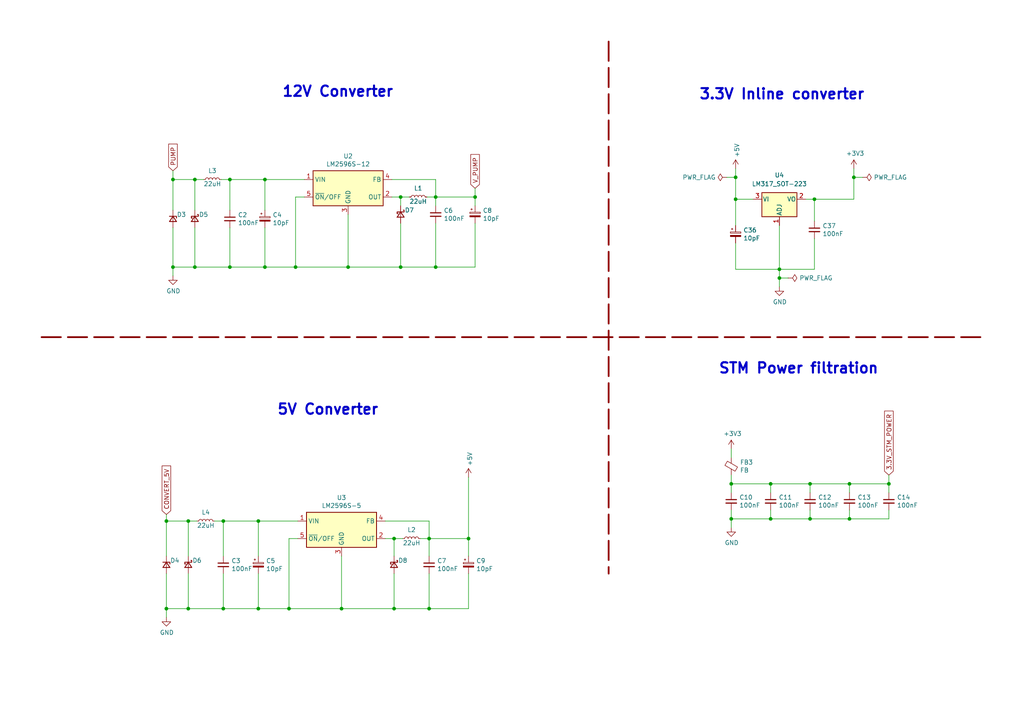
<source format=kicad_sch>
(kicad_sch (version 20211123) (generator eeschema)

  (uuid aaa13f87-8acd-40d7-bdde-65d39b0b7892)

  (paper "A4")

  (lib_symbols
    (symbol "Device:CP_Small" (pin_numbers hide) (pin_names (offset 0.254) hide) (in_bom yes) (on_board yes)
      (property "Reference" "C" (id 0) (at 0.254 1.778 0)
        (effects (font (size 1.27 1.27)) (justify left))
      )
      (property "Value" "Device_CP_Small" (id 1) (at 0.254 -2.032 0)
        (effects (font (size 1.27 1.27)) (justify left))
      )
      (property "Footprint" "" (id 2) (at 0 0 0)
        (effects (font (size 1.27 1.27)) hide)
      )
      (property "Datasheet" "" (id 3) (at 0 0 0)
        (effects (font (size 1.27 1.27)) hide)
      )
      (property "ki_fp_filters" "CP_*" (id 4) (at 0 0 0)
        (effects (font (size 1.27 1.27)) hide)
      )
      (symbol "CP_Small_0_1"
        (rectangle (start -1.524 -0.3048) (end 1.524 -0.6858)
          (stroke (width 0) (type default) (color 0 0 0 0))
          (fill (type outline))
        )
        (rectangle (start -1.524 0.6858) (end 1.524 0.3048)
          (stroke (width 0) (type default) (color 0 0 0 0))
          (fill (type none))
        )
        (polyline
          (pts
            (xy -1.27 1.524)
            (xy -0.762 1.524)
          )
          (stroke (width 0) (type default) (color 0 0 0 0))
          (fill (type none))
        )
        (polyline
          (pts
            (xy -1.016 1.27)
            (xy -1.016 1.778)
          )
          (stroke (width 0) (type default) (color 0 0 0 0))
          (fill (type none))
        )
      )
      (symbol "CP_Small_1_1"
        (pin passive line (at 0 2.54 270) (length 1.8542)
          (name "~" (effects (font (size 1.27 1.27))))
          (number "1" (effects (font (size 1.27 1.27))))
        )
        (pin passive line (at 0 -2.54 90) (length 1.8542)
          (name "~" (effects (font (size 1.27 1.27))))
          (number "2" (effects (font (size 1.27 1.27))))
        )
      )
    )
    (symbol "Device:C_Small" (pin_numbers hide) (pin_names (offset 0.254) hide) (in_bom yes) (on_board yes)
      (property "Reference" "C" (id 0) (at 0.254 1.778 0)
        (effects (font (size 1.27 1.27)) (justify left))
      )
      (property "Value" "C_Small" (id 1) (at 0.254 -2.032 0)
        (effects (font (size 1.27 1.27)) (justify left))
      )
      (property "Footprint" "" (id 2) (at 0 0 0)
        (effects (font (size 1.27 1.27)) hide)
      )
      (property "Datasheet" "~" (id 3) (at 0 0 0)
        (effects (font (size 1.27 1.27)) hide)
      )
      (property "ki_keywords" "capacitor cap" (id 4) (at 0 0 0)
        (effects (font (size 1.27 1.27)) hide)
      )
      (property "ki_description" "Unpolarized capacitor, small symbol" (id 5) (at 0 0 0)
        (effects (font (size 1.27 1.27)) hide)
      )
      (property "ki_fp_filters" "C_*" (id 6) (at 0 0 0)
        (effects (font (size 1.27 1.27)) hide)
      )
      (symbol "C_Small_0_1"
        (polyline
          (pts
            (xy -1.524 -0.508)
            (xy 1.524 -0.508)
          )
          (stroke (width 0.3302) (type default) (color 0 0 0 0))
          (fill (type none))
        )
        (polyline
          (pts
            (xy -1.524 0.508)
            (xy 1.524 0.508)
          )
          (stroke (width 0.3048) (type default) (color 0 0 0 0))
          (fill (type none))
        )
      )
      (symbol "C_Small_1_1"
        (pin passive line (at 0 2.54 270) (length 2.032)
          (name "~" (effects (font (size 1.27 1.27))))
          (number "1" (effects (font (size 1.27 1.27))))
        )
        (pin passive line (at 0 -2.54 90) (length 2.032)
          (name "~" (effects (font (size 1.27 1.27))))
          (number "2" (effects (font (size 1.27 1.27))))
        )
      )
    )
    (symbol "Device:D_Schottky_Small" (pin_numbers hide) (pin_names (offset 0.254) hide) (in_bom yes) (on_board yes)
      (property "Reference" "D" (id 0) (at -1.27 2.032 0)
        (effects (font (size 1.27 1.27)) (justify left))
      )
      (property "Value" "D_Schottky_Small" (id 1) (at -7.112 -2.032 0)
        (effects (font (size 1.27 1.27)) (justify left))
      )
      (property "Footprint" "" (id 2) (at 0 0 90)
        (effects (font (size 1.27 1.27)) hide)
      )
      (property "Datasheet" "~" (id 3) (at 0 0 90)
        (effects (font (size 1.27 1.27)) hide)
      )
      (property "ki_keywords" "diode Schottky" (id 4) (at 0 0 0)
        (effects (font (size 1.27 1.27)) hide)
      )
      (property "ki_description" "Schottky diode, small symbol" (id 5) (at 0 0 0)
        (effects (font (size 1.27 1.27)) hide)
      )
      (property "ki_fp_filters" "TO-???* *_Diode_* *SingleDiode* D_*" (id 6) (at 0 0 0)
        (effects (font (size 1.27 1.27)) hide)
      )
      (symbol "D_Schottky_Small_0_1"
        (polyline
          (pts
            (xy -0.762 0)
            (xy 0.762 0)
          )
          (stroke (width 0) (type default) (color 0 0 0 0))
          (fill (type none))
        )
        (polyline
          (pts
            (xy 0.762 -1.016)
            (xy -0.762 0)
            (xy 0.762 1.016)
            (xy 0.762 -1.016)
          )
          (stroke (width 0.254) (type default) (color 0 0 0 0))
          (fill (type none))
        )
        (polyline
          (pts
            (xy -1.27 0.762)
            (xy -1.27 1.016)
            (xy -0.762 1.016)
            (xy -0.762 -1.016)
            (xy -0.254 -1.016)
            (xy -0.254 -0.762)
          )
          (stroke (width 0.254) (type default) (color 0 0 0 0))
          (fill (type none))
        )
      )
      (symbol "D_Schottky_Small_1_1"
        (pin passive line (at -2.54 0 0) (length 1.778)
          (name "K" (effects (font (size 1.27 1.27))))
          (number "1" (effects (font (size 1.27 1.27))))
        )
        (pin passive line (at 2.54 0 180) (length 1.778)
          (name "A" (effects (font (size 1.27 1.27))))
          (number "2" (effects (font (size 1.27 1.27))))
        )
      )
    )
    (symbol "Device:D_Zener_Small" (pin_numbers hide) (pin_names (offset 0.254) hide) (in_bom yes) (on_board yes)
      (property "Reference" "D" (id 0) (at 0 2.286 0)
        (effects (font (size 1.27 1.27)))
      )
      (property "Value" "D_Zener_Small" (id 1) (at 0 -2.286 0)
        (effects (font (size 1.27 1.27)))
      )
      (property "Footprint" "" (id 2) (at 0 0 90)
        (effects (font (size 1.27 1.27)) hide)
      )
      (property "Datasheet" "~" (id 3) (at 0 0 90)
        (effects (font (size 1.27 1.27)) hide)
      )
      (property "ki_keywords" "diode" (id 4) (at 0 0 0)
        (effects (font (size 1.27 1.27)) hide)
      )
      (property "ki_description" "Zener diode, small symbol" (id 5) (at 0 0 0)
        (effects (font (size 1.27 1.27)) hide)
      )
      (property "ki_fp_filters" "TO-???* *_Diode_* *SingleDiode* D_*" (id 6) (at 0 0 0)
        (effects (font (size 1.27 1.27)) hide)
      )
      (symbol "D_Zener_Small_0_1"
        (polyline
          (pts
            (xy 0.762 0)
            (xy -0.762 0)
          )
          (stroke (width 0) (type default) (color 0 0 0 0))
          (fill (type none))
        )
        (polyline
          (pts
            (xy -0.254 1.016)
            (xy -0.762 1.016)
            (xy -0.762 -1.016)
          )
          (stroke (width 0.254) (type default) (color 0 0 0 0))
          (fill (type none))
        )
        (polyline
          (pts
            (xy 0.762 1.016)
            (xy -0.762 0)
            (xy 0.762 -1.016)
            (xy 0.762 1.016)
          )
          (stroke (width 0.254) (type default) (color 0 0 0 0))
          (fill (type none))
        )
      )
      (symbol "D_Zener_Small_1_1"
        (pin passive line (at -2.54 0 0) (length 1.778)
          (name "K" (effects (font (size 1.27 1.27))))
          (number "1" (effects (font (size 1.27 1.27))))
        )
        (pin passive line (at 2.54 0 180) (length 1.778)
          (name "A" (effects (font (size 1.27 1.27))))
          (number "2" (effects (font (size 1.27 1.27))))
        )
      )
    )
    (symbol "Device:Ferrite_Bead_Small" (pin_numbers hide) (pin_names (offset 0)) (in_bom yes) (on_board yes)
      (property "Reference" "FB" (id 0) (at 1.905 1.27 0)
        (effects (font (size 1.27 1.27)) (justify left))
      )
      (property "Value" "Device_Ferrite_Bead_Small" (id 1) (at 1.905 -1.27 0)
        (effects (font (size 1.27 1.27)) (justify left))
      )
      (property "Footprint" "" (id 2) (at -1.778 0 90)
        (effects (font (size 1.27 1.27)) hide)
      )
      (property "Datasheet" "" (id 3) (at 0 0 0)
        (effects (font (size 1.27 1.27)) hide)
      )
      (property "ki_fp_filters" "Inductor_* L_* *Ferrite*" (id 4) (at 0 0 0)
        (effects (font (size 1.27 1.27)) hide)
      )
      (symbol "Ferrite_Bead_Small_0_1"
        (polyline
          (pts
            (xy 0 -1.27)
            (xy 0 -0.7874)
          )
          (stroke (width 0) (type default) (color 0 0 0 0))
          (fill (type none))
        )
        (polyline
          (pts
            (xy 0 0.889)
            (xy 0 1.2954)
          )
          (stroke (width 0) (type default) (color 0 0 0 0))
          (fill (type none))
        )
        (polyline
          (pts
            (xy -1.8288 0.2794)
            (xy -1.1176 1.4986)
            (xy 1.8288 -0.2032)
            (xy 1.1176 -1.4224)
            (xy -1.8288 0.2794)
          )
          (stroke (width 0) (type default) (color 0 0 0 0))
          (fill (type none))
        )
      )
      (symbol "Ferrite_Bead_Small_1_1"
        (pin passive line (at 0 2.54 270) (length 1.27)
          (name "~" (effects (font (size 1.27 1.27))))
          (number "1" (effects (font (size 1.27 1.27))))
        )
        (pin passive line (at 0 -2.54 90) (length 1.27)
          (name "~" (effects (font (size 1.27 1.27))))
          (number "2" (effects (font (size 1.27 1.27))))
        )
      )
    )
    (symbol "Device:L_Small" (pin_numbers hide) (pin_names (offset 0.254) hide) (in_bom yes) (on_board yes)
      (property "Reference" "L" (id 0) (at 0.762 1.016 0)
        (effects (font (size 1.27 1.27)) (justify left))
      )
      (property "Value" "L_Small" (id 1) (at 0.762 -1.016 0)
        (effects (font (size 1.27 1.27)) (justify left))
      )
      (property "Footprint" "" (id 2) (at 0 0 0)
        (effects (font (size 1.27 1.27)) hide)
      )
      (property "Datasheet" "~" (id 3) (at 0 0 0)
        (effects (font (size 1.27 1.27)) hide)
      )
      (property "ki_keywords" "inductor choke coil reactor magnetic" (id 4) (at 0 0 0)
        (effects (font (size 1.27 1.27)) hide)
      )
      (property "ki_description" "Inductor, small symbol" (id 5) (at 0 0 0)
        (effects (font (size 1.27 1.27)) hide)
      )
      (property "ki_fp_filters" "Choke_* *Coil* Inductor_* L_*" (id 6) (at 0 0 0)
        (effects (font (size 1.27 1.27)) hide)
      )
      (symbol "L_Small_0_1"
        (arc (start 0 -2.032) (mid 0.508 -1.524) (end 0 -1.016)
          (stroke (width 0) (type default) (color 0 0 0 0))
          (fill (type none))
        )
        (arc (start 0 -1.016) (mid 0.508 -0.508) (end 0 0)
          (stroke (width 0) (type default) (color 0 0 0 0))
          (fill (type none))
        )
        (arc (start 0 0) (mid 0.508 0.508) (end 0 1.016)
          (stroke (width 0) (type default) (color 0 0 0 0))
          (fill (type none))
        )
        (arc (start 0 1.016) (mid 0.508 1.524) (end 0 2.032)
          (stroke (width 0) (type default) (color 0 0 0 0))
          (fill (type none))
        )
      )
      (symbol "L_Small_1_1"
        (pin passive line (at 0 2.54 270) (length 0.508)
          (name "~" (effects (font (size 1.27 1.27))))
          (number "1" (effects (font (size 1.27 1.27))))
        )
        (pin passive line (at 0 -2.54 90) (length 0.508)
          (name "~" (effects (font (size 1.27 1.27))))
          (number "2" (effects (font (size 1.27 1.27))))
        )
      )
    )
    (symbol "Regulator_Linear:LM317_SOT-223" (pin_names (offset 0.254)) (in_bom yes) (on_board yes)
      (property "Reference" "U" (id 0) (at -3.81 3.175 0)
        (effects (font (size 1.27 1.27)))
      )
      (property "Value" "LM317_SOT-223" (id 1) (at 0 3.175 0)
        (effects (font (size 1.27 1.27)) (justify left))
      )
      (property "Footprint" "Package_TO_SOT_SMD:SOT-223-3_TabPin2" (id 2) (at 0 6.35 0)
        (effects (font (size 1.27 1.27) italic) hide)
      )
      (property "Datasheet" "http://www.ti.com/lit/ds/symlink/lm317.pdf" (id 3) (at 0 0 0)
        (effects (font (size 1.27 1.27)) hide)
      )
      (property "ki_keywords" "Adjustable Voltage Regulator 1A Positive" (id 4) (at 0 0 0)
        (effects (font (size 1.27 1.27)) hide)
      )
      (property "ki_description" "1.5A 35V Adjustable Linear Regulator, SOT-223" (id 5) (at 0 0 0)
        (effects (font (size 1.27 1.27)) hide)
      )
      (property "ki_fp_filters" "SOT?223*TabPin2*" (id 6) (at 0 0 0)
        (effects (font (size 1.27 1.27)) hide)
      )
      (symbol "LM317_SOT-223_0_1"
        (rectangle (start -5.08 1.905) (end 5.08 -5.08)
          (stroke (width 0.254) (type default) (color 0 0 0 0))
          (fill (type background))
        )
      )
      (symbol "LM317_SOT-223_1_1"
        (pin input line (at 0 -7.62 90) (length 2.54)
          (name "ADJ" (effects (font (size 1.27 1.27))))
          (number "1" (effects (font (size 1.27 1.27))))
        )
        (pin power_out line (at 7.62 0 180) (length 2.54)
          (name "VO" (effects (font (size 1.27 1.27))))
          (number "2" (effects (font (size 1.27 1.27))))
        )
        (pin power_in line (at -7.62 0 0) (length 2.54)
          (name "VI" (effects (font (size 1.27 1.27))))
          (number "3" (effects (font (size 1.27 1.27))))
        )
      )
    )
    (symbol "Regulator_Switching:LM2596S-5" (in_bom yes) (on_board yes)
      (property "Reference" "U" (id 0) (at -10.16 6.35 0)
        (effects (font (size 1.27 1.27)) (justify left))
      )
      (property "Value" "LM2596S-5" (id 1) (at 0 6.35 0)
        (effects (font (size 1.27 1.27)) (justify left))
      )
      (property "Footprint" "Package_TO_SOT_SMD:TO-263-5_TabPin3" (id 2) (at 1.27 -6.35 0)
        (effects (font (size 1.27 1.27) italic) (justify left) hide)
      )
      (property "Datasheet" "http://www.ti.com/lit/ds/symlink/lm2596.pdf" (id 3) (at 0 0 0)
        (effects (font (size 1.27 1.27)) hide)
      )
      (property "ki_keywords" "Step-Down Voltage Regulator 5V 3A" (id 4) (at 0 0 0)
        (effects (font (size 1.27 1.27)) hide)
      )
      (property "ki_description" "5V 3A Step-Down Voltage Regulator, TO-263" (id 5) (at 0 0 0)
        (effects (font (size 1.27 1.27)) hide)
      )
      (property "ki_fp_filters" "TO?263*" (id 6) (at 0 0 0)
        (effects (font (size 1.27 1.27)) hide)
      )
      (symbol "LM2596S-5_0_1"
        (rectangle (start -10.16 5.08) (end 10.16 -5.08)
          (stroke (width 0.254) (type default) (color 0 0 0 0))
          (fill (type background))
        )
      )
      (symbol "LM2596S-5_1_1"
        (pin power_in line (at -12.7 2.54 0) (length 2.54)
          (name "VIN" (effects (font (size 1.27 1.27))))
          (number "1" (effects (font (size 1.27 1.27))))
        )
        (pin output line (at 12.7 -2.54 180) (length 2.54)
          (name "OUT" (effects (font (size 1.27 1.27))))
          (number "2" (effects (font (size 1.27 1.27))))
        )
        (pin power_in line (at 0 -7.62 90) (length 2.54)
          (name "GND" (effects (font (size 1.27 1.27))))
          (number "3" (effects (font (size 1.27 1.27))))
        )
        (pin input line (at 12.7 2.54 180) (length 2.54)
          (name "FB" (effects (font (size 1.27 1.27))))
          (number "4" (effects (font (size 1.27 1.27))))
        )
        (pin input line (at -12.7 -2.54 0) (length 2.54)
          (name "~{ON}/OFF" (effects (font (size 1.27 1.27))))
          (number "5" (effects (font (size 1.27 1.27))))
        )
      )
    )
    (symbol "Regulator_Switching:LM2596S-ADJ" (in_bom yes) (on_board yes)
      (property "Reference" "U" (id 0) (at -10.16 6.35 0)
        (effects (font (size 1.27 1.27)) (justify left))
      )
      (property "Value" "LM2596S-ADJ" (id 1) (at 0 6.35 0)
        (effects (font (size 1.27 1.27)) (justify left))
      )
      (property "Footprint" "Package_TO_SOT_SMD:TO-263-5_TabPin3" (id 2) (at 1.27 -6.35 0)
        (effects (font (size 1.27 1.27) italic) (justify left) hide)
      )
      (property "Datasheet" "http://www.ti.com/lit/ds/symlink/lm2596.pdf" (id 3) (at 0 0 0)
        (effects (font (size 1.27 1.27)) hide)
      )
      (property "ki_keywords" "Step-Down Voltage Regulator Adjustable 3A" (id 4) (at 0 0 0)
        (effects (font (size 1.27 1.27)) hide)
      )
      (property "ki_description" "Adjustable 3A Step-Down Voltage Regulator, TO-263" (id 5) (at 0 0 0)
        (effects (font (size 1.27 1.27)) hide)
      )
      (property "ki_fp_filters" "TO?263*" (id 6) (at 0 0 0)
        (effects (font (size 1.27 1.27)) hide)
      )
      (symbol "LM2596S-ADJ_0_1"
        (rectangle (start -10.16 5.08) (end 10.16 -5.08)
          (stroke (width 0.254) (type default) (color 0 0 0 0))
          (fill (type background))
        )
      )
      (symbol "LM2596S-ADJ_1_1"
        (pin power_in line (at -12.7 2.54 0) (length 2.54)
          (name "VIN" (effects (font (size 1.27 1.27))))
          (number "1" (effects (font (size 1.27 1.27))))
        )
        (pin output line (at 12.7 -2.54 180) (length 2.54)
          (name "OUT" (effects (font (size 1.27 1.27))))
          (number "2" (effects (font (size 1.27 1.27))))
        )
        (pin power_in line (at 0 -7.62 90) (length 2.54)
          (name "GND" (effects (font (size 1.27 1.27))))
          (number "3" (effects (font (size 1.27 1.27))))
        )
        (pin input line (at 12.7 2.54 180) (length 2.54)
          (name "FB" (effects (font (size 1.27 1.27))))
          (number "4" (effects (font (size 1.27 1.27))))
        )
        (pin input line (at -12.7 -2.54 0) (length 2.54)
          (name "~{ON}/OFF" (effects (font (size 1.27 1.27))))
          (number "5" (effects (font (size 1.27 1.27))))
        )
      )
    )
    (symbol "power:+3.3V" (power) (pin_names (offset 0)) (in_bom yes) (on_board yes)
      (property "Reference" "#PWR" (id 0) (at 0 -3.81 0)
        (effects (font (size 1.27 1.27)) hide)
      )
      (property "Value" "+3.3V" (id 1) (at 0 3.556 0)
        (effects (font (size 1.27 1.27)))
      )
      (property "Footprint" "" (id 2) (at 0 0 0)
        (effects (font (size 1.27 1.27)) hide)
      )
      (property "Datasheet" "" (id 3) (at 0 0 0)
        (effects (font (size 1.27 1.27)) hide)
      )
      (property "ki_keywords" "power-flag" (id 4) (at 0 0 0)
        (effects (font (size 1.27 1.27)) hide)
      )
      (property "ki_description" "Power symbol creates a global label with name \"+3.3V\"" (id 5) (at 0 0 0)
        (effects (font (size 1.27 1.27)) hide)
      )
      (symbol "+3.3V_0_1"
        (polyline
          (pts
            (xy -0.762 1.27)
            (xy 0 2.54)
          )
          (stroke (width 0) (type default) (color 0 0 0 0))
          (fill (type none))
        )
        (polyline
          (pts
            (xy 0 0)
            (xy 0 2.54)
          )
          (stroke (width 0) (type default) (color 0 0 0 0))
          (fill (type none))
        )
        (polyline
          (pts
            (xy 0 2.54)
            (xy 0.762 1.27)
          )
          (stroke (width 0) (type default) (color 0 0 0 0))
          (fill (type none))
        )
      )
      (symbol "+3.3V_1_1"
        (pin power_in line (at 0 0 90) (length 0) hide
          (name "+3V3" (effects (font (size 1.27 1.27))))
          (number "1" (effects (font (size 1.27 1.27))))
        )
      )
    )
    (symbol "power:+5V" (power) (pin_names (offset 0)) (in_bom yes) (on_board yes)
      (property "Reference" "#PWR" (id 0) (at 0 -3.81 0)
        (effects (font (size 1.27 1.27)) hide)
      )
      (property "Value" "+5V" (id 1) (at 0 3.556 0)
        (effects (font (size 1.27 1.27)))
      )
      (property "Footprint" "" (id 2) (at 0 0 0)
        (effects (font (size 1.27 1.27)) hide)
      )
      (property "Datasheet" "" (id 3) (at 0 0 0)
        (effects (font (size 1.27 1.27)) hide)
      )
      (property "ki_keywords" "power-flag" (id 4) (at 0 0 0)
        (effects (font (size 1.27 1.27)) hide)
      )
      (property "ki_description" "Power symbol creates a global label with name \"+5V\"" (id 5) (at 0 0 0)
        (effects (font (size 1.27 1.27)) hide)
      )
      (symbol "+5V_0_1"
        (polyline
          (pts
            (xy -0.762 1.27)
            (xy 0 2.54)
          )
          (stroke (width 0) (type default) (color 0 0 0 0))
          (fill (type none))
        )
        (polyline
          (pts
            (xy 0 0)
            (xy 0 2.54)
          )
          (stroke (width 0) (type default) (color 0 0 0 0))
          (fill (type none))
        )
        (polyline
          (pts
            (xy 0 2.54)
            (xy 0.762 1.27)
          )
          (stroke (width 0) (type default) (color 0 0 0 0))
          (fill (type none))
        )
      )
      (symbol "+5V_1_1"
        (pin power_in line (at 0 0 90) (length 0) hide
          (name "+5V" (effects (font (size 1.27 1.27))))
          (number "1" (effects (font (size 1.27 1.27))))
        )
      )
    )
    (symbol "power:GND" (power) (pin_names (offset 0)) (in_bom yes) (on_board yes)
      (property "Reference" "#PWR" (id 0) (at 0 -6.35 0)
        (effects (font (size 1.27 1.27)) hide)
      )
      (property "Value" "GND" (id 1) (at 0 -3.81 0)
        (effects (font (size 1.27 1.27)))
      )
      (property "Footprint" "" (id 2) (at 0 0 0)
        (effects (font (size 1.27 1.27)) hide)
      )
      (property "Datasheet" "" (id 3) (at 0 0 0)
        (effects (font (size 1.27 1.27)) hide)
      )
      (property "ki_keywords" "power-flag" (id 4) (at 0 0 0)
        (effects (font (size 1.27 1.27)) hide)
      )
      (property "ki_description" "Power symbol creates a global label with name \"GND\" , ground" (id 5) (at 0 0 0)
        (effects (font (size 1.27 1.27)) hide)
      )
      (symbol "GND_0_1"
        (polyline
          (pts
            (xy 0 0)
            (xy 0 -1.27)
            (xy 1.27 -1.27)
            (xy 0 -2.54)
            (xy -1.27 -1.27)
            (xy 0 -1.27)
          )
          (stroke (width 0) (type default) (color 0 0 0 0))
          (fill (type none))
        )
      )
      (symbol "GND_1_1"
        (pin power_in line (at 0 0 270) (length 0) hide
          (name "GND" (effects (font (size 1.27 1.27))))
          (number "1" (effects (font (size 1.27 1.27))))
        )
      )
    )
    (symbol "power:PWR_FLAG" (power) (pin_numbers hide) (pin_names (offset 0) hide) (in_bom yes) (on_board yes)
      (property "Reference" "#FLG" (id 0) (at 0 1.905 0)
        (effects (font (size 1.27 1.27)) hide)
      )
      (property "Value" "PWR_FLAG" (id 1) (at 0 3.81 0)
        (effects (font (size 1.27 1.27)))
      )
      (property "Footprint" "" (id 2) (at 0 0 0)
        (effects (font (size 1.27 1.27)) hide)
      )
      (property "Datasheet" "~" (id 3) (at 0 0 0)
        (effects (font (size 1.27 1.27)) hide)
      )
      (property "ki_keywords" "power-flag" (id 4) (at 0 0 0)
        (effects (font (size 1.27 1.27)) hide)
      )
      (property "ki_description" "Special symbol for telling ERC where power comes from" (id 5) (at 0 0 0)
        (effects (font (size 1.27 1.27)) hide)
      )
      (symbol "PWR_FLAG_0_0"
        (pin power_out line (at 0 0 90) (length 0)
          (name "pwr" (effects (font (size 1.27 1.27))))
          (number "1" (effects (font (size 1.27 1.27))))
        )
      )
      (symbol "PWR_FLAG_0_1"
        (polyline
          (pts
            (xy 0 0)
            (xy 0 1.27)
            (xy -1.016 1.905)
            (xy 0 2.54)
            (xy 1.016 1.905)
            (xy 0 1.27)
          )
          (stroke (width 0) (type default) (color 0 0 0 0))
          (fill (type none))
        )
      )
    )
  )

  (junction (at 212.09 140.335) (diameter 0) (color 0 0 0 0)
    (uuid 01e1b456-5464-465d-9c83-093e9f4cbedb)
  )
  (junction (at 212.09 150.495) (diameter 0) (color 0 0 0 0)
    (uuid 046635eb-49ee-4ffc-9f6e-56b8106862c5)
  )
  (junction (at 213.36 51.435) (diameter 0) (color 0 0 0 0)
    (uuid 04a78ca3-b038-4253-9d81-6e2f903cef0c)
  )
  (junction (at 114.3 176.53) (diameter 0) (color 0 0 0 0)
    (uuid 04f8deac-08ae-440f-952b-0ed515051ad5)
  )
  (junction (at 246.38 150.495) (diameter 0) (color 0 0 0 0)
    (uuid 07aa646a-d349-458d-8f24-4c743614718e)
  )
  (junction (at 48.26 151.13) (diameter 0) (color 0 0 0 0)
    (uuid 087af35a-3e12-4538-abc1-77d31d04ab0d)
  )
  (junction (at 74.93 176.53) (diameter 0) (color 0 0 0 0)
    (uuid 08edd50d-7627-412f-b7cc-dac6d2834b7c)
  )
  (junction (at 234.95 150.495) (diameter 0) (color 0 0 0 0)
    (uuid 0c58bdb7-c9de-427a-bada-66aa6c89ad28)
  )
  (junction (at 247.65 51.435) (diameter 0) (color 0 0 0 0)
    (uuid 0c9a9de0-bc8d-4f04-a610-428d19253d15)
  )
  (junction (at 64.77 151.13) (diameter 0) (color 0 0 0 0)
    (uuid 1c016260-5aee-4c89-981b-e4adc0d1b88e)
  )
  (junction (at 50.165 77.47) (diameter 0) (color 0 0 0 0)
    (uuid 1f06bd0d-2a53-49c0-9ae6-5a4659b0bb6c)
  )
  (junction (at 83.82 176.53) (diameter 0) (color 0 0 0 0)
    (uuid 1f74961f-ee55-484e-b871-b36609d5e208)
  )
  (junction (at 114.3 156.21) (diameter 0) (color 0 0 0 0)
    (uuid 22f3de9f-8ca2-47af-8c23-f504a7caa486)
  )
  (junction (at 116.205 57.15) (diameter 0) (color 0 0 0 0)
    (uuid 250f1457-e98a-4d39-ab72-306dbd1495fb)
  )
  (junction (at 137.795 57.15) (diameter 0) (color 0 0 0 0)
    (uuid 25616768-a93c-42b1-af42-5b8bd668a7a7)
  )
  (junction (at 226.06 78.105) (diameter 0) (color 0 0 0 0)
    (uuid 25b985d4-110c-4528-9e8e-2dae6cc1bd8e)
  )
  (junction (at 246.38 140.335) (diameter 0) (color 0 0 0 0)
    (uuid 2675b779-f5d2-466f-8edc-75ce40ca1bdf)
  )
  (junction (at 226.06 80.645) (diameter 0) (color 0 0 0 0)
    (uuid 2d42fa27-831e-4483-8964-9c600bd4fc81)
  )
  (junction (at 56.515 52.07) (diameter 0) (color 0 0 0 0)
    (uuid 3c4f3fa0-25e1-4212-b638-df081ffbbd9d)
  )
  (junction (at 64.77 176.53) (diameter 0) (color 0 0 0 0)
    (uuid 3ff4f333-be38-44b9-b897-a4c997a8d5e6)
  )
  (junction (at 76.835 77.47) (diameter 0) (color 0 0 0 0)
    (uuid 46065098-5d0f-4e60-8dae-396a8cfff039)
  )
  (junction (at 236.22 57.785) (diameter 0) (color 0 0 0 0)
    (uuid 4da70b92-f7e1-4e58-a530-060c2d0be4eb)
  )
  (junction (at 99.06 176.53) (diameter 0) (color 0 0 0 0)
    (uuid 4dea0004-d4dd-4c77-a940-0ca656774618)
  )
  (junction (at 66.675 77.47) (diameter 0) (color 0 0 0 0)
    (uuid 61618585-e478-4c2e-a17c-b2b0bee94c5e)
  )
  (junction (at 100.965 77.47) (diameter 0) (color 0 0 0 0)
    (uuid 6595f21e-dade-4753-a6ea-c7b3b5f80465)
  )
  (junction (at 257.81 140.335) (diameter 0) (color 0 0 0 0)
    (uuid 6ba44187-0e87-495a-8c45-00fbbde0fd9e)
  )
  (junction (at 56.515 77.47) (diameter 0) (color 0 0 0 0)
    (uuid 6d401349-58b5-4d28-a40e-d25a7e02bc7b)
  )
  (junction (at 124.46 156.21) (diameter 0) (color 0 0 0 0)
    (uuid 7067a716-90a6-4a4c-adde-33742c3e0a6e)
  )
  (junction (at 74.93 151.13) (diameter 0) (color 0 0 0 0)
    (uuid 7a82b558-ce52-4b54-9396-cc757450c860)
  )
  (junction (at 116.205 77.47) (diameter 0) (color 0 0 0 0)
    (uuid 7f5be323-f1a1-4c54-9a9c-9614f1c4a049)
  )
  (junction (at 223.52 150.495) (diameter 0) (color 0 0 0 0)
    (uuid 7fe3541b-6d70-4ae8-a8ac-badce0b3ca02)
  )
  (junction (at 126.365 77.47) (diameter 0) (color 0 0 0 0)
    (uuid 8b1c1917-4579-4fdb-881a-0a28abe9c62a)
  )
  (junction (at 54.61 151.13) (diameter 0) (color 0 0 0 0)
    (uuid 9b746c2d-8ea2-4152-a0ee-9d004007bab2)
  )
  (junction (at 223.52 140.335) (diameter 0) (color 0 0 0 0)
    (uuid 9f46e00f-2cdc-48a1-aa25-f648dd984156)
  )
  (junction (at 126.365 57.15) (diameter 0) (color 0 0 0 0)
    (uuid a2f39c5a-96f1-46fd-9310-ca8f6ecd3d0b)
  )
  (junction (at 50.165 52.07) (diameter 0) (color 0 0 0 0)
    (uuid b54d8cd9-ece4-4703-be3e-fa97b33d2029)
  )
  (junction (at 54.61 176.53) (diameter 0) (color 0 0 0 0)
    (uuid b57ac05f-ed91-4200-8d68-975ae6e2bf14)
  )
  (junction (at 48.26 176.53) (diameter 0) (color 0 0 0 0)
    (uuid c5c915f9-d902-4b55-be4d-46717af6e32b)
  )
  (junction (at 213.36 57.785) (diameter 0) (color 0 0 0 0)
    (uuid cc13eaba-8b22-480b-a6d4-339f42e7af5c)
  )
  (junction (at 124.46 176.53) (diameter 0) (color 0 0 0 0)
    (uuid d189fdad-da03-4570-bbf6-b33b8dab7564)
  )
  (junction (at 76.835 52.07) (diameter 0) (color 0 0 0 0)
    (uuid d9aea18c-c8a6-48a1-84db-6abc1f8d7f09)
  )
  (junction (at 66.675 52.07) (diameter 0) (color 0 0 0 0)
    (uuid ea488537-3335-4429-96ee-ff1cf6bac32a)
  )
  (junction (at 85.725 77.47) (diameter 0) (color 0 0 0 0)
    (uuid f5c8fe02-cd93-42bf-b9d1-14764e9abc09)
  )
  (junction (at 234.95 140.335) (diameter 0) (color 0 0 0 0)
    (uuid fabe37c6-b24b-48af-9c2f-9040c0f3d122)
  )
  (junction (at 135.89 156.21) (diameter 0) (color 0 0 0 0)
    (uuid ff5f57db-a1c2-435a-9cb8-9e5f8f8de2cc)
  )

  (wire (pts (xy 126.365 57.15) (xy 137.795 57.15))
    (stroke (width 0) (type default) (color 0 0 0 0))
    (uuid 05e35813-00e5-402d-8bcd-703b8c036ef8)
  )
  (wire (pts (xy 223.52 140.335) (xy 223.52 142.875))
    (stroke (width 0) (type default) (color 0 0 0 0))
    (uuid 0612c441-3035-4e01-afc5-6aed09ceea73)
  )
  (wire (pts (xy 74.93 176.53) (xy 74.93 166.37))
    (stroke (width 0) (type default) (color 0 0 0 0))
    (uuid 09276095-0227-41d3-9de5-b1fb3dcfc365)
  )
  (wire (pts (xy 76.835 60.96) (xy 76.835 52.07))
    (stroke (width 0) (type default) (color 0 0 0 0))
    (uuid 096fa6d9-8184-432f-bed9-df5d5aa3e008)
  )
  (wire (pts (xy 226.06 78.105) (xy 236.22 78.105))
    (stroke (width 0) (type default) (color 0 0 0 0))
    (uuid 09d0e32a-b046-4d55-8881-6d7bd908f2f9)
  )
  (wire (pts (xy 135.89 156.21) (xy 135.89 138.43))
    (stroke (width 0) (type default) (color 0 0 0 0))
    (uuid 0b24b19c-cda5-4819-9877-acade99a8fd0)
  )
  (wire (pts (xy 126.365 52.07) (xy 113.665 52.07))
    (stroke (width 0) (type default) (color 0 0 0 0))
    (uuid 0f7d941b-a7ca-43b9-b54d-96f24903c0ff)
  )
  (wire (pts (xy 126.365 77.47) (xy 137.795 77.47))
    (stroke (width 0) (type default) (color 0 0 0 0))
    (uuid 11da255f-3f1e-4d0d-a1bd-32dea2e9842a)
  )
  (wire (pts (xy 246.38 150.495) (xy 257.81 150.495))
    (stroke (width 0) (type default) (color 0 0 0 0))
    (uuid 12a6f21e-305e-4be5-afd3-bf3527a788c8)
  )
  (wire (pts (xy 126.365 64.77) (xy 126.365 77.47))
    (stroke (width 0) (type default) (color 0 0 0 0))
    (uuid 15c48d67-d3b1-46bb-a9ff-a31b8c4abc45)
  )
  (polyline (pts (xy 12.065 97.79) (xy 284.48 97.79))
    (stroke (width 0.508) (type default) (color 132 0 0 1))
    (uuid 1738c9f0-8741-4357-9b54-8406d6f27115)
  )

  (wire (pts (xy 223.52 150.495) (xy 223.52 147.955))
    (stroke (width 0) (type default) (color 0 0 0 0))
    (uuid 195e4989-c11e-4bf5-97ab-aeeca46e826f)
  )
  (wire (pts (xy 121.92 156.21) (xy 124.46 156.21))
    (stroke (width 0) (type default) (color 0 0 0 0))
    (uuid 1c43d6a6-dceb-4ff7-8abf-a34240a0af93)
  )
  (wire (pts (xy 50.165 52.07) (xy 50.165 60.96))
    (stroke (width 0) (type default) (color 0 0 0 0))
    (uuid 1c5b06ec-d990-4a02-9187-7e5597156eaf)
  )
  (wire (pts (xy 50.165 77.47) (xy 50.165 66.04))
    (stroke (width 0) (type default) (color 0 0 0 0))
    (uuid 1c9142e6-4365-4d7e-af1f-62f12bbec74c)
  )
  (wire (pts (xy 66.675 52.07) (xy 76.835 52.07))
    (stroke (width 0) (type default) (color 0 0 0 0))
    (uuid 1c99f3af-7796-49d4-869c-23366e4a578f)
  )
  (wire (pts (xy 212.09 132.715) (xy 212.09 130.175))
    (stroke (width 0) (type default) (color 0 0 0 0))
    (uuid 1e73de73-f906-4581-93a8-5b3f6a36d398)
  )
  (wire (pts (xy 66.675 77.47) (xy 66.675 66.04))
    (stroke (width 0) (type default) (color 0 0 0 0))
    (uuid 216e0f85-fb4d-4bd6-9f3b-a6ae49bc2fe7)
  )
  (wire (pts (xy 137.795 57.15) (xy 137.795 59.69))
    (stroke (width 0) (type default) (color 0 0 0 0))
    (uuid 22679492-c737-444c-a0c8-116af567fb25)
  )
  (wire (pts (xy 212.09 140.335) (xy 223.52 140.335))
    (stroke (width 0) (type default) (color 0 0 0 0))
    (uuid 2637aab5-a29c-47d6-a09d-385bc9fb3741)
  )
  (wire (pts (xy 124.46 176.53) (xy 135.89 176.53))
    (stroke (width 0) (type default) (color 0 0 0 0))
    (uuid 27025595-8112-454d-844d-35c614ddf7c5)
  )
  (wire (pts (xy 66.675 52.07) (xy 66.675 60.96))
    (stroke (width 0) (type default) (color 0 0 0 0))
    (uuid 2a4b3a33-e920-4e59-b3ac-db8d3583f129)
  )
  (wire (pts (xy 62.23 151.13) (xy 64.77 151.13))
    (stroke (width 0) (type default) (color 0 0 0 0))
    (uuid 2a5e3507-af38-422f-a2b6-7c7795cfa597)
  )
  (wire (pts (xy 83.82 176.53) (xy 99.06 176.53))
    (stroke (width 0) (type default) (color 0 0 0 0))
    (uuid 2d28f7b6-9eb1-4ff9-8519-3afb18c7b092)
  )
  (wire (pts (xy 212.09 137.795) (xy 212.09 140.335))
    (stroke (width 0) (type default) (color 0 0 0 0))
    (uuid 2e170271-b72b-42db-b284-33cffde1812b)
  )
  (wire (pts (xy 135.89 156.21) (xy 135.89 161.29))
    (stroke (width 0) (type default) (color 0 0 0 0))
    (uuid 3032e900-f1bb-4607-9307-99309a275a60)
  )
  (wire (pts (xy 212.09 150.495) (xy 212.09 153.035))
    (stroke (width 0) (type default) (color 0 0 0 0))
    (uuid 3168b73e-be07-4a9c-9003-fc9e436e70c3)
  )
  (wire (pts (xy 212.09 150.495) (xy 212.09 147.955))
    (stroke (width 0) (type default) (color 0 0 0 0))
    (uuid 34f9f12e-2188-4bc4-a16b-e4d494636790)
  )
  (wire (pts (xy 233.68 57.785) (xy 236.22 57.785))
    (stroke (width 0) (type default) (color 0 0 0 0))
    (uuid 383912f0-b38c-4110-bd9c-925682068303)
  )
  (wire (pts (xy 123.825 57.15) (xy 126.365 57.15))
    (stroke (width 0) (type default) (color 0 0 0 0))
    (uuid 384a3b64-920d-43f1-8ac0-f229eca72720)
  )
  (wire (pts (xy 236.22 57.785) (xy 247.65 57.785))
    (stroke (width 0) (type default) (color 0 0 0 0))
    (uuid 3a5cb155-e79d-4522-bdb3-1ca92b7ce52f)
  )
  (wire (pts (xy 213.36 57.785) (xy 213.36 51.435))
    (stroke (width 0) (type default) (color 0 0 0 0))
    (uuid 3bce871e-89da-4ed9-aea2-2a44271f0a4e)
  )
  (wire (pts (xy 247.65 57.785) (xy 247.65 51.435))
    (stroke (width 0) (type default) (color 0 0 0 0))
    (uuid 3c11fedd-4d1c-43e0-b42c-b5cb9c3f4817)
  )
  (wire (pts (xy 64.77 151.13) (xy 74.93 151.13))
    (stroke (width 0) (type default) (color 0 0 0 0))
    (uuid 4195b699-5018-4b53-b5ea-257f59996b08)
  )
  (wire (pts (xy 213.36 51.435) (xy 210.82 51.435))
    (stroke (width 0) (type default) (color 0 0 0 0))
    (uuid 41b13eef-5810-4156-8da4-4e21bc3f9afe)
  )
  (wire (pts (xy 246.38 150.495) (xy 246.38 147.955))
    (stroke (width 0) (type default) (color 0 0 0 0))
    (uuid 443bcecc-fa32-426c-aaef-1f12bf1522b9)
  )
  (wire (pts (xy 86.36 156.21) (xy 83.82 156.21))
    (stroke (width 0) (type default) (color 0 0 0 0))
    (uuid 4552e4e8-b4c9-4421-96b7-b18c275a4616)
  )
  (wire (pts (xy 50.165 52.07) (xy 56.515 52.07))
    (stroke (width 0) (type default) (color 0 0 0 0))
    (uuid 466e6840-1994-448f-96e7-bb3a1ee7fd14)
  )
  (wire (pts (xy 76.835 77.47) (xy 76.835 66.04))
    (stroke (width 0) (type default) (color 0 0 0 0))
    (uuid 4d7e2b6e-221c-4b9e-8d88-a01b3432a1d2)
  )
  (wire (pts (xy 88.265 57.15) (xy 85.725 57.15))
    (stroke (width 0) (type default) (color 0 0 0 0))
    (uuid 4fbac3e6-bf53-4a81-b27f-249e43693c44)
  )
  (wire (pts (xy 64.77 176.53) (xy 74.93 176.53))
    (stroke (width 0) (type default) (color 0 0 0 0))
    (uuid 52061eae-575a-4f29-b3a3-94ac4a93a5ec)
  )
  (wire (pts (xy 213.36 51.435) (xy 213.36 48.895))
    (stroke (width 0) (type default) (color 0 0 0 0))
    (uuid 5218af24-63aa-47ed-bb7c-bea9e2b95f17)
  )
  (wire (pts (xy 247.65 51.435) (xy 247.65 48.895))
    (stroke (width 0) (type default) (color 0 0 0 0))
    (uuid 5442d743-82da-4cbb-a28c-4b4ebebcc004)
  )
  (wire (pts (xy 223.52 140.335) (xy 234.95 140.335))
    (stroke (width 0) (type default) (color 0 0 0 0))
    (uuid 55ad4bab-0e50-4aac-86d3-a525469100ab)
  )
  (wire (pts (xy 246.38 140.335) (xy 257.81 140.335))
    (stroke (width 0) (type default) (color 0 0 0 0))
    (uuid 59b3169b-4af3-46f2-9fc1-ebc80a694eb1)
  )
  (wire (pts (xy 99.06 176.53) (xy 114.3 176.53))
    (stroke (width 0) (type default) (color 0 0 0 0))
    (uuid 5a0718ae-51ea-4391-bed5-0198ae254179)
  )
  (wire (pts (xy 100.965 77.47) (xy 100.965 62.23))
    (stroke (width 0) (type default) (color 0 0 0 0))
    (uuid 5f6a5904-03e4-401c-9636-f5de2e93cc86)
  )
  (wire (pts (xy 74.93 151.13) (xy 86.36 151.13))
    (stroke (width 0) (type default) (color 0 0 0 0))
    (uuid 6748adfc-bd28-4dfb-b4d7-e7c664a60123)
  )
  (wire (pts (xy 83.82 156.21) (xy 83.82 176.53))
    (stroke (width 0) (type default) (color 0 0 0 0))
    (uuid 685836f0-93b7-432a-a417-bf181e19a0a2)
  )
  (wire (pts (xy 126.365 57.15) (xy 126.365 59.69))
    (stroke (width 0) (type default) (color 0 0 0 0))
    (uuid 695692a9-73b1-4227-ade5-b0b45139d98d)
  )
  (wire (pts (xy 56.515 77.47) (xy 56.515 66.04))
    (stroke (width 0) (type default) (color 0 0 0 0))
    (uuid 69865e91-d2fb-4270-a061-cb5527412807)
  )
  (wire (pts (xy 236.22 69.215) (xy 236.22 78.105))
    (stroke (width 0) (type default) (color 0 0 0 0))
    (uuid 6a098afb-c6f6-4f87-8a38-4660c2be5b4d)
  )
  (wire (pts (xy 50.165 77.47) (xy 56.515 77.47))
    (stroke (width 0) (type default) (color 0 0 0 0))
    (uuid 7229d48b-350b-453a-bac8-2b44fe14e310)
  )
  (wire (pts (xy 64.77 151.13) (xy 64.77 161.29))
    (stroke (width 0) (type default) (color 0 0 0 0))
    (uuid 758de7d2-e8eb-4ba6-a0f0-771c86567f82)
  )
  (wire (pts (xy 56.515 52.07) (xy 56.515 60.96))
    (stroke (width 0) (type default) (color 0 0 0 0))
    (uuid 780313a5-57a1-4a25-8ec6-2e4575cf5909)
  )
  (wire (pts (xy 54.61 176.53) (xy 64.77 176.53))
    (stroke (width 0) (type default) (color 0 0 0 0))
    (uuid 7bf3ae51-501e-48a7-a2bf-a4a318e05ebf)
  )
  (wire (pts (xy 76.835 77.47) (xy 85.725 77.47))
    (stroke (width 0) (type default) (color 0 0 0 0))
    (uuid 7d850ce5-42d1-4fae-9335-eb08cc40218c)
  )
  (wire (pts (xy 116.205 77.47) (xy 116.205 64.77))
    (stroke (width 0) (type default) (color 0 0 0 0))
    (uuid 7e0242ab-0010-448a-af65-e84b648e8ae9)
  )
  (wire (pts (xy 111.76 156.21) (xy 114.3 156.21))
    (stroke (width 0) (type default) (color 0 0 0 0))
    (uuid 7e028075-022e-4d56-98fb-a3f8b99c224d)
  )
  (wire (pts (xy 135.89 176.53) (xy 135.89 166.37))
    (stroke (width 0) (type default) (color 0 0 0 0))
    (uuid 7e8a0984-1121-41ff-9b15-dca21789f5e3)
  )
  (wire (pts (xy 234.95 140.335) (xy 234.95 142.875))
    (stroke (width 0) (type default) (color 0 0 0 0))
    (uuid 8dce7cd9-0bcd-494d-9f95-645e94adf721)
  )
  (wire (pts (xy 246.38 140.335) (xy 246.38 142.875))
    (stroke (width 0) (type default) (color 0 0 0 0))
    (uuid 91c5fd05-0f35-4f45-9e22-190c715a42fa)
  )
  (wire (pts (xy 137.795 77.47) (xy 137.795 64.77))
    (stroke (width 0) (type default) (color 0 0 0 0))
    (uuid 935f591d-afef-45ff-8a76-7bce4ab3bb4b)
  )
  (wire (pts (xy 213.36 57.785) (xy 218.44 57.785))
    (stroke (width 0) (type default) (color 0 0 0 0))
    (uuid 9474e657-7e24-448d-ac22-9fbaebe2ce80)
  )
  (wire (pts (xy 124.46 176.53) (xy 114.3 176.53))
    (stroke (width 0) (type default) (color 0 0 0 0))
    (uuid 954482fc-579b-4058-8806-b20c05ff63c4)
  )
  (wire (pts (xy 228.6 80.645) (xy 226.06 80.645))
    (stroke (width 0) (type default) (color 0 0 0 0))
    (uuid 990ca379-8c09-4314-986b-0236cb57a7e0)
  )
  (wire (pts (xy 213.36 78.105) (xy 213.36 70.485))
    (stroke (width 0) (type default) (color 0 0 0 0))
    (uuid 9afe2479-8d35-49ef-a665-e49a1a89bc1c)
  )
  (wire (pts (xy 226.06 80.645) (xy 226.06 83.185))
    (stroke (width 0) (type default) (color 0 0 0 0))
    (uuid 9e7051b6-eecf-4da2-807b-7cccd94dc228)
  )
  (wire (pts (xy 124.46 156.21) (xy 135.89 156.21))
    (stroke (width 0) (type default) (color 0 0 0 0))
    (uuid 9ee5e8f1-d628-4347-87c6-e91ba1bc0c3e)
  )
  (wire (pts (xy 236.22 57.785) (xy 236.22 64.135))
    (stroke (width 0) (type default) (color 0 0 0 0))
    (uuid 9f9037ed-fe73-43c4-ab08-f58e4ea48e8a)
  )
  (wire (pts (xy 257.81 147.955) (xy 257.81 150.495))
    (stroke (width 0) (type default) (color 0 0 0 0))
    (uuid 9ff2f722-ecba-4bb2-94f9-c1b4b50aba58)
  )
  (wire (pts (xy 234.95 150.495) (xy 246.38 150.495))
    (stroke (width 0) (type default) (color 0 0 0 0))
    (uuid a1715ca2-19ef-466f-a789-9cb90ad5b182)
  )
  (wire (pts (xy 213.36 57.785) (xy 213.36 65.405))
    (stroke (width 0) (type default) (color 0 0 0 0))
    (uuid a242285e-af40-4d34-aeab-b9f589ee54d0)
  )
  (wire (pts (xy 48.26 176.53) (xy 48.26 179.07))
    (stroke (width 0) (type default) (color 0 0 0 0))
    (uuid a4071a08-ae02-4480-81ad-5389543a2b1b)
  )
  (wire (pts (xy 223.52 150.495) (xy 234.95 150.495))
    (stroke (width 0) (type default) (color 0 0 0 0))
    (uuid a40c2930-84db-4f2d-8a29-93e1af248f01)
  )
  (wire (pts (xy 48.26 151.13) (xy 48.26 149.225))
    (stroke (width 0) (type default) (color 0 0 0 0))
    (uuid a58090c1-310b-4590-88c9-7c43b2a998c3)
  )
  (wire (pts (xy 48.26 151.13) (xy 54.61 151.13))
    (stroke (width 0) (type default) (color 0 0 0 0))
    (uuid a882c2ef-1464-4026-85d3-30ccdbf6d57b)
  )
  (polyline (pts (xy 176.53 12.065) (xy 176.53 166.37))
    (stroke (width 0.508) (type default) (color 132 0 0 1))
    (uuid a907f46e-4c7e-42ca-b340-ec007fe2077c)
  )

  (wire (pts (xy 74.93 176.53) (xy 83.82 176.53))
    (stroke (width 0) (type default) (color 0 0 0 0))
    (uuid a957a269-3cd3-4ddd-b191-0b5a4db050bb)
  )
  (wire (pts (xy 126.365 77.47) (xy 116.205 77.47))
    (stroke (width 0) (type default) (color 0 0 0 0))
    (uuid b0c4829c-b9ca-439e-aca7-0677f65488a8)
  )
  (wire (pts (xy 116.205 57.15) (xy 118.745 57.15))
    (stroke (width 0) (type default) (color 0 0 0 0))
    (uuid b12216f4-9374-4dad-9dfc-1b00ded3506c)
  )
  (wire (pts (xy 116.205 57.15) (xy 116.205 59.69))
    (stroke (width 0) (type default) (color 0 0 0 0))
    (uuid b1d634e2-c87e-4460-979f-26566b954679)
  )
  (wire (pts (xy 124.46 156.21) (xy 124.46 151.13))
    (stroke (width 0) (type default) (color 0 0 0 0))
    (uuid b2732554-e9df-498e-aa44-b289f1dbee48)
  )
  (wire (pts (xy 124.46 151.13) (xy 111.76 151.13))
    (stroke (width 0) (type default) (color 0 0 0 0))
    (uuid b3751b7b-b6ab-48ad-bfb8-0b43477bd93d)
  )
  (wire (pts (xy 64.135 52.07) (xy 66.675 52.07))
    (stroke (width 0) (type default) (color 0 0 0 0))
    (uuid b41223b4-4178-4d8d-88d3-7b6d0377ec74)
  )
  (wire (pts (xy 114.3 156.21) (xy 116.84 156.21))
    (stroke (width 0) (type default) (color 0 0 0 0))
    (uuid b53ca7b3-0511-4592-9e65-57bd00499327)
  )
  (wire (pts (xy 100.965 77.47) (xy 116.205 77.47))
    (stroke (width 0) (type default) (color 0 0 0 0))
    (uuid b54c79a2-e3fc-4b8f-a797-4d39af5f109c)
  )
  (wire (pts (xy 99.06 176.53) (xy 99.06 161.29))
    (stroke (width 0) (type default) (color 0 0 0 0))
    (uuid b632589f-86db-48ce-9262-304089f97373)
  )
  (wire (pts (xy 76.835 52.07) (xy 88.265 52.07))
    (stroke (width 0) (type default) (color 0 0 0 0))
    (uuid b897706e-2aa0-4844-bdf9-0741162c1b73)
  )
  (wire (pts (xy 124.46 156.21) (xy 124.46 161.29))
    (stroke (width 0) (type default) (color 0 0 0 0))
    (uuid c3dacd3e-b52b-4301-9490-d95c6dd8ffd0)
  )
  (wire (pts (xy 74.93 161.29) (xy 74.93 151.13))
    (stroke (width 0) (type default) (color 0 0 0 0))
    (uuid c47ae0ad-6dec-420a-8cab-4a359565cda5)
  )
  (wire (pts (xy 124.46 166.37) (xy 124.46 176.53))
    (stroke (width 0) (type default) (color 0 0 0 0))
    (uuid c629176b-abd3-4695-ae9b-e765a0bc8aed)
  )
  (wire (pts (xy 226.06 78.105) (xy 226.06 80.645))
    (stroke (width 0) (type default) (color 0 0 0 0))
    (uuid c740f7ab-35a3-4b16-86d8-d2842630b92c)
  )
  (wire (pts (xy 257.81 140.335) (xy 257.81 142.875))
    (stroke (width 0) (type default) (color 0 0 0 0))
    (uuid c7e2bec8-2ea5-4ac6-b0ba-a3a458a6f65c)
  )
  (wire (pts (xy 48.26 151.13) (xy 48.26 161.29))
    (stroke (width 0) (type default) (color 0 0 0 0))
    (uuid ccc0e6db-d02f-48b2-ae81-7c694c863660)
  )
  (wire (pts (xy 56.515 52.07) (xy 59.055 52.07))
    (stroke (width 0) (type default) (color 0 0 0 0))
    (uuid cdd4b063-34cc-42f6-bf39-dce5575eb2ec)
  )
  (wire (pts (xy 54.61 151.13) (xy 54.61 161.29))
    (stroke (width 0) (type default) (color 0 0 0 0))
    (uuid cfc2addf-0334-4800-ac7b-47ff58d52778)
  )
  (wire (pts (xy 66.675 77.47) (xy 76.835 77.47))
    (stroke (width 0) (type default) (color 0 0 0 0))
    (uuid d00d846a-1752-4077-876a-96b97abccd05)
  )
  (wire (pts (xy 50.165 77.47) (xy 50.165 80.01))
    (stroke (width 0) (type default) (color 0 0 0 0))
    (uuid d4df3100-c77a-4afc-921e-96aefec8c71e)
  )
  (wire (pts (xy 114.3 156.21) (xy 114.3 161.29))
    (stroke (width 0) (type default) (color 0 0 0 0))
    (uuid d509b985-b9aa-4acb-b21d-870a86027562)
  )
  (wire (pts (xy 64.77 176.53) (xy 64.77 166.37))
    (stroke (width 0) (type default) (color 0 0 0 0))
    (uuid d5d3c95c-b6c2-4b82-b7df-74db2b47425f)
  )
  (wire (pts (xy 223.52 150.495) (xy 212.09 150.495))
    (stroke (width 0) (type default) (color 0 0 0 0))
    (uuid d7b05964-c329-4b64-93d5-8de8184526f4)
  )
  (wire (pts (xy 48.26 176.53) (xy 54.61 176.53))
    (stroke (width 0) (type default) (color 0 0 0 0))
    (uuid dbaa035d-78d6-4064-8c30-ce06bc59de91)
  )
  (wire (pts (xy 114.3 176.53) (xy 114.3 166.37))
    (stroke (width 0) (type default) (color 0 0 0 0))
    (uuid dc3691a4-bb4e-4227-97fa-be835481dc90)
  )
  (wire (pts (xy 54.61 176.53) (xy 54.61 166.37))
    (stroke (width 0) (type default) (color 0 0 0 0))
    (uuid e379b0f9-a459-4f63-8a73-97801da6c436)
  )
  (wire (pts (xy 48.26 176.53) (xy 48.26 166.37))
    (stroke (width 0) (type default) (color 0 0 0 0))
    (uuid e429fc13-7af5-480b-9d6b-c306cb6507bb)
  )
  (wire (pts (xy 137.795 57.15) (xy 137.795 54.61))
    (stroke (width 0) (type default) (color 0 0 0 0))
    (uuid e6aad938-dc23-4f6f-9a68-93c132dd12d0)
  )
  (wire (pts (xy 113.665 57.15) (xy 116.205 57.15))
    (stroke (width 0) (type default) (color 0 0 0 0))
    (uuid e7d59984-2997-49c7-9a2e-ebb68ecc926a)
  )
  (wire (pts (xy 226.06 78.105) (xy 213.36 78.105))
    (stroke (width 0) (type default) (color 0 0 0 0))
    (uuid e7d5edb7-741d-481a-b321-a5133c1136c9)
  )
  (wire (pts (xy 226.06 65.405) (xy 226.06 78.105))
    (stroke (width 0) (type default) (color 0 0 0 0))
    (uuid e7d6baf5-9b24-4e51-aecf-3a188adbc2f4)
  )
  (wire (pts (xy 50.165 52.07) (xy 50.165 49.53))
    (stroke (width 0) (type default) (color 0 0 0 0))
    (uuid ea9cf402-e51c-4fcf-a009-76e25cb2f1f2)
  )
  (wire (pts (xy 212.09 142.875) (xy 212.09 140.335))
    (stroke (width 0) (type default) (color 0 0 0 0))
    (uuid ebdf79f1-1480-49cd-90bf-b4adda034278)
  )
  (wire (pts (xy 234.95 150.495) (xy 234.95 147.955))
    (stroke (width 0) (type default) (color 0 0 0 0))
    (uuid eccb887d-e35d-488d-99e0-6fcaba72a61c)
  )
  (wire (pts (xy 257.81 140.335) (xy 257.81 137.795))
    (stroke (width 0) (type default) (color 0 0 0 0))
    (uuid ee47c1d2-9cb3-48d7-8d25-2312ebecdc8c)
  )
  (wire (pts (xy 247.65 51.435) (xy 250.19 51.435))
    (stroke (width 0) (type default) (color 0 0 0 0))
    (uuid ee7c8808-ae27-4647-98f0-c2ebdf11db24)
  )
  (wire (pts (xy 56.515 77.47) (xy 66.675 77.47))
    (stroke (width 0) (type default) (color 0 0 0 0))
    (uuid eebaa7dd-b4fb-409f-b653-a98e515b2b52)
  )
  (wire (pts (xy 126.365 57.15) (xy 126.365 52.07))
    (stroke (width 0) (type default) (color 0 0 0 0))
    (uuid f12fa974-a4c6-433d-9345-226ffc1709d0)
  )
  (wire (pts (xy 234.95 140.335) (xy 246.38 140.335))
    (stroke (width 0) (type default) (color 0 0 0 0))
    (uuid f1ccdb59-e481-494e-a7fd-e252d0738e52)
  )
  (wire (pts (xy 85.725 77.47) (xy 100.965 77.47))
    (stroke (width 0) (type default) (color 0 0 0 0))
    (uuid f41ee48f-202b-4aad-809d-138a40679951)
  )
  (wire (pts (xy 85.725 57.15) (xy 85.725 77.47))
    (stroke (width 0) (type default) (color 0 0 0 0))
    (uuid ff2185ff-5877-48fb-a4ef-feeaf7ae21db)
  )
  (wire (pts (xy 54.61 151.13) (xy 57.15 151.13))
    (stroke (width 0) (type default) (color 0 0 0 0))
    (uuid ff37b73e-854f-4f22-a36f-df14ad91474a)
  )

  (text "5V Converter\n" (at 109.982 120.65 180)
    (effects (font (size 2.9972 2.9972) (thickness 0.5994) bold) (justify right bottom))
    (uuid 13a298a0-0d6c-46d8-b837-5e1793477fbe)
  )
  (text "12V Converter\n" (at 114.3 28.448 180)
    (effects (font (size 2.9972 2.9972) (thickness 0.5994) bold) (justify right bottom))
    (uuid 151bc5fa-d97b-4220-b0f3-a157818fc74b)
  )
  (text "3.3V Inline converter\n" (at 250.952 29.21 180)
    (effects (font (size 2.9972 2.9972) (thickness 0.5994) bold) (justify right bottom))
    (uuid 3c668d3f-af43-4b64-bd26-cb67ddba53c3)
  )
  (text "STM Power filtration" (at 255.016 108.712 180)
    (effects (font (size 2.9972 2.9972) (thickness 0.5994) bold) (justify right bottom))
    (uuid ea1a1926-1891-4818-afe8-83723727f023)
  )

  (global_label "V_PUMP" (shape input) (at 137.795 54.61 90) (fields_autoplaced)
    (effects (font (size 1.27 1.27)) (justify left))
    (uuid 8a2b538d-4778-4274-ac6a-7b3823e928ca)
    (property "Intersheet References" "${INTERSHEET_REFS}" (id 0) (at -106.045 -247.65 0)
      (effects (font (size 1.27 1.27)) hide)
    )
  )
  (global_label "PUMP" (shape input) (at 50.165 49.53 90) (fields_autoplaced)
    (effects (font (size 1.27 1.27)) (justify left))
    (uuid 9eda5b31-2465-49fa-97ee-b387b6e1bf62)
    (property "Intersheet References" "${INTERSHEET_REFS}" (id 0) (at -90.805 -247.65 0)
      (effects (font (size 1.27 1.27)) hide)
    )
  )
  (global_label "3.3V_STM_POWER" (shape input) (at 257.81 137.795 90) (fields_autoplaced)
    (effects (font (size 1.27 1.27)) (justify left))
    (uuid b7ad1803-ba11-4431-a191-4a3516e204f8)
    (property "Intersheet References" "${INTERSHEET_REFS}" (id 0) (at -83.82 -238.125 0)
      (effects (font (size 1.27 1.27)) hide)
    )
  )
  (global_label "CONVERT_5V" (shape input) (at 48.26 149.225 90) (fields_autoplaced)
    (effects (font (size 1.27 1.27)) (justify left))
    (uuid ee9bc9c0-48e6-4d5c-8716-140895776453)
    (property "Intersheet References" "${INTERSHEET_REFS}" (id 0) (at -93.98 -215.265 0)
      (effects (font (size 1.27 1.27)) hide)
    )
  )

  (symbol (lib_id "power:GND") (at 50.165 80.01 0) (unit 1)
    (in_bom yes) (on_board yes)
    (uuid 049c972c-0f4c-48cc-8373-a88f4be6d404)
    (property "Reference" "#PWR09" (id 0) (at 50.165 86.36 0)
      (effects (font (size 1.27 1.27)) hide)
    )
    (property "Value" "GND" (id 1) (at 50.292 84.4042 0))
    (property "Footprint" "" (id 2) (at 50.165 80.01 0)
      (effects (font (size 1.27 1.27)) hide)
    )
    (property "Datasheet" "" (id 3) (at 50.165 80.01 0)
      (effects (font (size 1.27 1.27)) hide)
    )
    (pin "1" (uuid aeb128c0-74a0-4fbd-a6f7-e3d0dc7eea32))
  )

  (symbol (lib_id "Device:C_Small") (at 124.46 163.83 0) (unit 1)
    (in_bom yes) (on_board yes)
    (uuid 076f40b9-2026-4864-a132-9eb6cc248de0)
    (property "Reference" "C7" (id 0) (at 126.7968 162.6616 0)
      (effects (font (size 1.27 1.27)) (justify left))
    )
    (property "Value" "100nF" (id 1) (at 126.7968 164.973 0)
      (effects (font (size 1.27 1.27)) (justify left))
    )
    (property "Footprint" "Capacitor_SMD:C_0603_1608Metric" (id 2) (at 124.46 163.83 0)
      (effects (font (size 1.27 1.27)) hide)
    )
    (property "Datasheet" "~" (id 3) (at 124.46 163.83 0)
      (effects (font (size 1.27 1.27)) hide)
    )
    (pin "1" (uuid f141f535-bc0b-4633-8801-3a4e0efc80f8))
    (pin "2" (uuid 5658fa11-54a9-4148-8d3b-6660cb923348))
  )

  (symbol (lib_id "power:+3.3V") (at 247.65 48.895 0) (unit 1)
    (in_bom yes) (on_board yes)
    (uuid 0f9f76f4-ceed-407c-b652-cd233c8f3ed9)
    (property "Reference" "#PWR0105" (id 0) (at 247.65 52.705 0)
      (effects (font (size 1.27 1.27)) hide)
    )
    (property "Value" "+3.3V" (id 1) (at 248.031 44.5008 0))
    (property "Footprint" "" (id 2) (at 247.65 48.895 0)
      (effects (font (size 1.27 1.27)) hide)
    )
    (property "Datasheet" "" (id 3) (at 247.65 48.895 0)
      (effects (font (size 1.27 1.27)) hide)
    )
    (pin "1" (uuid 0dd7d89e-42b9-4b42-897a-57b5f9fa64e6))
  )

  (symbol (lib_id "power:+5V") (at 135.89 138.43 0) (unit 1)
    (in_bom yes) (on_board yes)
    (uuid 111a9754-58ad-4c33-bc54-921022f72e42)
    (property "Reference" "#PWR015" (id 0) (at 135.89 142.24 0)
      (effects (font (size 1.27 1.27)) hide)
    )
    (property "Value" "+5V" (id 1) (at 136.271 135.1788 90)
      (effects (font (size 1.27 1.27)) (justify left))
    )
    (property "Footprint" "" (id 2) (at 135.89 138.43 0)
      (effects (font (size 1.27 1.27)) hide)
    )
    (property "Datasheet" "" (id 3) (at 135.89 138.43 0)
      (effects (font (size 1.27 1.27)) hide)
    )
    (pin "1" (uuid 96605111-2fb1-4dc8-9b00-f552bb2cf1a2))
  )

  (symbol (lib_id "Device:C_Small") (at 257.81 145.415 0) (unit 1)
    (in_bom yes) (on_board yes)
    (uuid 1c3b15da-26c7-45f1-81fe-3b47d4b16f98)
    (property "Reference" "C14" (id 0) (at 260.1468 144.2466 0)
      (effects (font (size 1.27 1.27)) (justify left))
    )
    (property "Value" "100nF" (id 1) (at 260.1468 146.558 0)
      (effects (font (size 1.27 1.27)) (justify left))
    )
    (property "Footprint" "Capacitor_SMD:C_0603_1608Metric" (id 2) (at 257.81 145.415 0)
      (effects (font (size 1.27 1.27)) hide)
    )
    (property "Datasheet" "~" (id 3) (at 257.81 145.415 0)
      (effects (font (size 1.27 1.27)) hide)
    )
    (pin "1" (uuid 201389a9-bf13-4843-bd5e-bb60897864b4))
    (pin "2" (uuid dab19ae1-62c6-4496-9d0d-b607ea306411))
  )

  (symbol (lib_id "power:GND") (at 212.09 153.035 0) (unit 1)
    (in_bom yes) (on_board yes)
    (uuid 29b7daf5-dab2-490f-ac28-690f32971f3b)
    (property "Reference" "#PWR016" (id 0) (at 212.09 159.385 0)
      (effects (font (size 1.27 1.27)) hide)
    )
    (property "Value" "GND" (id 1) (at 212.217 157.4292 0))
    (property "Footprint" "" (id 2) (at 212.09 153.035 0)
      (effects (font (size 1.27 1.27)) hide)
    )
    (property "Datasheet" "" (id 3) (at 212.09 153.035 0)
      (effects (font (size 1.27 1.27)) hide)
    )
    (pin "1" (uuid e1864121-d85a-4087-b4c3-01897e491209))
  )

  (symbol (lib_id "power:GND") (at 226.06 83.185 0) (unit 1)
    (in_bom yes) (on_board yes)
    (uuid 2c222992-254b-481b-97c1-4069017b1d58)
    (property "Reference" "#PWR018" (id 0) (at 226.06 89.535 0)
      (effects (font (size 1.27 1.27)) hide)
    )
    (property "Value" "GND" (id 1) (at 226.187 87.5792 0))
    (property "Footprint" "" (id 2) (at 226.06 83.185 0)
      (effects (font (size 1.27 1.27)) hide)
    )
    (property "Datasheet" "" (id 3) (at 226.06 83.185 0)
      (effects (font (size 1.27 1.27)) hide)
    )
    (pin "1" (uuid 8611ed2c-ee2d-4783-a9dd-88012e93a243))
  )

  (symbol (lib_id "Device:CP_Small") (at 213.36 67.945 0) (unit 1)
    (in_bom yes) (on_board yes)
    (uuid 2e98c169-1f5d-4f9c-a8b9-e37407b65969)
    (property "Reference" "C36" (id 0) (at 215.5952 66.7766 0)
      (effects (font (size 1.27 1.27)) (justify left))
    )
    (property "Value" "10pF" (id 1) (at 215.5952 69.088 0)
      (effects (font (size 1.27 1.27)) (justify left))
    )
    (property "Footprint" "Capacitor_SMD:CP_Elec_6.3x7.7" (id 2) (at 213.36 67.945 0)
      (effects (font (size 1.27 1.27)) hide)
    )
    (property "Datasheet" "~" (id 3) (at 213.36 67.945 0)
      (effects (font (size 1.27 1.27)) hide)
    )
    (pin "1" (uuid 565db512-e187-48b8-b3da-97b00c87393c))
    (pin "2" (uuid 773e9a2f-300b-41e2-a320-6a7e4ef5afa6))
  )

  (symbol (lib_id "power:+5V") (at 213.36 48.895 0) (unit 1)
    (in_bom yes) (on_board yes)
    (uuid 3216a7c2-857b-4cbb-a0e6-0cc9d33f43f3)
    (property "Reference" "#PWR017" (id 0) (at 213.36 52.705 0)
      (effects (font (size 1.27 1.27)) hide)
    )
    (property "Value" "+5V" (id 1) (at 213.741 45.6438 90)
      (effects (font (size 1.27 1.27)) (justify left))
    )
    (property "Footprint" "" (id 2) (at 213.36 48.895 0)
      (effects (font (size 1.27 1.27)) hide)
    )
    (property "Datasheet" "" (id 3) (at 213.36 48.895 0)
      (effects (font (size 1.27 1.27)) hide)
    )
    (pin "1" (uuid f532f233-f7a9-4bcb-9f5d-e6f3db7ae2be))
  )

  (symbol (lib_id "Device:CP_Small") (at 74.93 163.83 0) (unit 1)
    (in_bom yes) (on_board yes)
    (uuid 33b30c1e-0c8b-428a-9cc0-88e1b39db179)
    (property "Reference" "C5" (id 0) (at 77.1652 162.6616 0)
      (effects (font (size 1.27 1.27)) (justify left))
    )
    (property "Value" "10pF" (id 1) (at 77.1652 164.973 0)
      (effects (font (size 1.27 1.27)) (justify left))
    )
    (property "Footprint" "Capacitor_SMD:CP_Elec_6.3x7.7" (id 2) (at 74.93 163.83 0)
      (effects (font (size 1.27 1.27)) hide)
    )
    (property "Datasheet" "~" (id 3) (at 74.93 163.83 0)
      (effects (font (size 1.27 1.27)) hide)
    )
    (pin "1" (uuid 69eb42a4-8bc3-46fd-b1e5-b9b10d231806))
    (pin "2" (uuid aa6975e8-cee2-4b7f-bdd6-60f5fa405d7e))
  )

  (symbol (lib_id "Device:L_Small") (at 61.595 52.07 90) (unit 1)
    (in_bom yes) (on_board yes)
    (uuid 33fe5b14-915e-4f00-ac12-bc83347c4b69)
    (property "Reference" "L3" (id 0) (at 61.595 49.53 90))
    (property "Value" "22uH" (id 1) (at 61.595 53.34 90))
    (property "Footprint" "Inductor_SMD:L_7.3x7.3_H3.5" (id 2) (at 61.595 52.07 0)
      (effects (font (size 1.27 1.27)) hide)
    )
    (property "Datasheet" "~" (id 3) (at 61.595 52.07 0)
      (effects (font (size 1.27 1.27)) hide)
    )
    (pin "1" (uuid 8e9a5371-8daf-4ebc-b95a-7bd65a707894))
    (pin "2" (uuid 4c84a2ff-393f-4b6b-b048-13a10ee0cb01))
  )

  (symbol (lib_id "power:PWR_FLAG") (at 228.6 80.645 270) (unit 1)
    (in_bom yes) (on_board yes)
    (uuid 3404a8d1-37f5-4e86-a5c0-953df511395c)
    (property "Reference" "#FLG0103" (id 0) (at 230.505 80.645 0)
      (effects (font (size 1.27 1.27)) hide)
    )
    (property "Value" "PWR_FLAG" (id 1) (at 231.8512 80.645 90)
      (effects (font (size 1.27 1.27)) (justify left))
    )
    (property "Footprint" "" (id 2) (at 228.6 80.645 0)
      (effects (font (size 1.27 1.27)) hide)
    )
    (property "Datasheet" "~" (id 3) (at 228.6 80.645 0)
      (effects (font (size 1.27 1.27)) hide)
    )
    (pin "1" (uuid 4cf285c6-7403-4e32-b5e3-2e764068b7e7))
  )

  (symbol (lib_id "Device:CP_Small") (at 135.89 163.83 0) (unit 1)
    (in_bom yes) (on_board yes)
    (uuid 374c4792-3e5c-4f1f-8835-4e6b19a3ac90)
    (property "Reference" "C9" (id 0) (at 138.1252 162.6616 0)
      (effects (font (size 1.27 1.27)) (justify left))
    )
    (property "Value" "10pF" (id 1) (at 138.1252 164.973 0)
      (effects (font (size 1.27 1.27)) (justify left))
    )
    (property "Footprint" "Capacitor_SMD:CP_Elec_6.3x7.7" (id 2) (at 135.89 163.83 0)
      (effects (font (size 1.27 1.27)) hide)
    )
    (property "Datasheet" "~" (id 3) (at 135.89 163.83 0)
      (effects (font (size 1.27 1.27)) hide)
    )
    (pin "1" (uuid 8be26ef2-1a1e-4158-8ab3-16cf0b8e6ed6))
    (pin "2" (uuid 66642bfb-679b-4d67-a1c5-4ef155dafd31))
  )

  (symbol (lib_id "Device:CP_Small") (at 137.795 62.23 0) (unit 1)
    (in_bom yes) (on_board yes)
    (uuid 37ff2f92-1d96-49d2-afad-ffaa416c7c05)
    (property "Reference" "C8" (id 0) (at 140.0302 61.0616 0)
      (effects (font (size 1.27 1.27)) (justify left))
    )
    (property "Value" "10pF" (id 1) (at 140.0302 63.373 0)
      (effects (font (size 1.27 1.27)) (justify left))
    )
    (property "Footprint" "Capacitor_SMD:CP_Elec_6.3x7.7" (id 2) (at 137.795 62.23 0)
      (effects (font (size 1.27 1.27)) hide)
    )
    (property "Datasheet" "~" (id 3) (at 137.795 62.23 0)
      (effects (font (size 1.27 1.27)) hide)
    )
    (pin "1" (uuid e99a1119-d0e6-4414-ae7d-2b78686dbe35))
    (pin "2" (uuid 5a9266a4-988d-49ac-890a-0d7de6c0e119))
  )

  (symbol (lib_id "Device:D_Schottky_Small") (at 114.3 163.83 270) (unit 1)
    (in_bom yes) (on_board yes)
    (uuid 39fd90c9-6753-4f1d-87f2-74566c11d9be)
    (property "Reference" "D8" (id 0) (at 116.84 162.56 90))
    (property "Value" "D_SCH" (id 1) (at 116.84 165.1 90)
      (effects (font (size 1.27 1.27)) hide)
    )
    (property "Footprint" "Diode_SMD:D_SMA" (id 2) (at 114.3 163.83 90)
      (effects (font (size 1.27 1.27)) hide)
    )
    (property "Datasheet" "~" (id 3) (at 114.3 163.83 90)
      (effects (font (size 1.27 1.27)) hide)
    )
    (pin "1" (uuid a4c84c3c-65dd-4ec0-8c7b-51bc01443b3d))
    (pin "2" (uuid 03152436-14cc-43b3-8198-502d30d3514f))
  )

  (symbol (lib_id "Device:C_Small") (at 66.675 63.5 0) (unit 1)
    (in_bom yes) (on_board yes)
    (uuid 41162d59-eb36-4b41-8451-d2118b33fef6)
    (property "Reference" "C2" (id 0) (at 69.0118 62.3316 0)
      (effects (font (size 1.27 1.27)) (justify left))
    )
    (property "Value" "100nF" (id 1) (at 69.0118 64.643 0)
      (effects (font (size 1.27 1.27)) (justify left))
    )
    (property "Footprint" "Capacitor_SMD:C_0603_1608Metric" (id 2) (at 66.675 63.5 0)
      (effects (font (size 1.27 1.27)) hide)
    )
    (property "Datasheet" "~" (id 3) (at 66.675 63.5 0)
      (effects (font (size 1.27 1.27)) hide)
    )
    (pin "1" (uuid 196ee409-f2eb-4890-ac49-0afa7233d461))
    (pin "2" (uuid 0819aeb3-a6b0-47d5-9c56-4310750df5f1))
  )

  (symbol (lib_id "Device:D_Schottky_Small") (at 54.61 163.83 270) (unit 1)
    (in_bom yes) (on_board yes)
    (uuid 454ea407-2f72-4fa0-894f-85a6430a855f)
    (property "Reference" "D6" (id 0) (at 57.15 162.56 90))
    (property "Value" "D_SCH" (id 1) (at 57.15 165.1 90)
      (effects (font (size 1.27 1.27)) hide)
    )
    (property "Footprint" "Diode_SMD:D_SMA" (id 2) (at 54.61 163.83 90)
      (effects (font (size 1.27 1.27)) hide)
    )
    (property "Datasheet" "~" (id 3) (at 54.61 163.83 90)
      (effects (font (size 1.27 1.27)) hide)
    )
    (pin "1" (uuid 5159649e-eb5e-43bf-a459-357f50a5b7fc))
    (pin "2" (uuid 49412cd9-4242-4c64-8601-d9ae3fd9fdf9))
  )

  (symbol (lib_id "Device:L_Small") (at 59.69 151.13 90) (unit 1)
    (in_bom yes) (on_board yes)
    (uuid 49e7f281-2cb4-414b-ba3f-1444fe75f69b)
    (property "Reference" "L4" (id 0) (at 59.69 148.59 90))
    (property "Value" "22uH" (id 1) (at 59.69 152.4 90))
    (property "Footprint" "Inductor_SMD:L_7.3x7.3_H4.5" (id 2) (at 59.69 151.13 0)
      (effects (font (size 1.27 1.27)) hide)
    )
    (property "Datasheet" "~" (id 3) (at 59.69 151.13 0)
      (effects (font (size 1.27 1.27)) hide)
    )
    (pin "1" (uuid 7654f0f7-cc96-41dc-9235-57348decb832))
    (pin "2" (uuid bbd1cdac-9ab1-46f1-82b7-0db9cc42a072))
  )

  (symbol (lib_id "Device:C_Small") (at 246.38 145.415 0) (unit 1)
    (in_bom yes) (on_board yes)
    (uuid 510a37b2-122d-45e6-a9fc-4562eab7df8a)
    (property "Reference" "C13" (id 0) (at 248.7168 144.2466 0)
      (effects (font (size 1.27 1.27)) (justify left))
    )
    (property "Value" "100nF" (id 1) (at 248.7168 146.558 0)
      (effects (font (size 1.27 1.27)) (justify left))
    )
    (property "Footprint" "Capacitor_SMD:C_0603_1608Metric" (id 2) (at 246.38 145.415 0)
      (effects (font (size 1.27 1.27)) hide)
    )
    (property "Datasheet" "~" (id 3) (at 246.38 145.415 0)
      (effects (font (size 1.27 1.27)) hide)
    )
    (pin "1" (uuid a6289ea2-0de9-40c9-a33d-d9827fac1f40))
    (pin "2" (uuid 30e8a845-97f5-4ce9-b73e-10152781d94b))
  )

  (symbol (lib_id "Device:C_Small") (at 223.52 145.415 0) (unit 1)
    (in_bom yes) (on_board yes)
    (uuid 60522c54-0fa2-4c65-81e5-bb24d4680d41)
    (property "Reference" "C11" (id 0) (at 225.8568 144.2466 0)
      (effects (font (size 1.27 1.27)) (justify left))
    )
    (property "Value" "100nF" (id 1) (at 225.8568 146.558 0)
      (effects (font (size 1.27 1.27)) (justify left))
    )
    (property "Footprint" "Capacitor_SMD:C_0603_1608Metric" (id 2) (at 223.52 145.415 0)
      (effects (font (size 1.27 1.27)) hide)
    )
    (property "Datasheet" "~" (id 3) (at 223.52 145.415 0)
      (effects (font (size 1.27 1.27)) hide)
    )
    (pin "1" (uuid 708de9ae-aa34-4cc0-a6de-1128b0edc7a8))
    (pin "2" (uuid a0b79e60-e7f2-4153-a459-fdbe8d09785f))
  )

  (symbol (lib_id "Device:C_Small") (at 126.365 62.23 0) (unit 1)
    (in_bom yes) (on_board yes)
    (uuid 649e3ce6-71c3-4dbb-93e0-539fbacb5d56)
    (property "Reference" "C6" (id 0) (at 128.7018 61.0616 0)
      (effects (font (size 1.27 1.27)) (justify left))
    )
    (property "Value" "100nF" (id 1) (at 128.7018 63.373 0)
      (effects (font (size 1.27 1.27)) (justify left))
    )
    (property "Footprint" "Capacitor_SMD:C_0603_1608Metric" (id 2) (at 126.365 62.23 0)
      (effects (font (size 1.27 1.27)) hide)
    )
    (property "Datasheet" "~" (id 3) (at 126.365 62.23 0)
      (effects (font (size 1.27 1.27)) hide)
    )
    (pin "1" (uuid 7fdf285b-a9e1-4fe0-a343-6cc2afa8dff3))
    (pin "2" (uuid a77ab3b8-b1b3-4082-8173-af77a4483177))
  )

  (symbol (lib_id "Device:D_Zener_Small") (at 50.165 63.5 270) (unit 1)
    (in_bom yes) (on_board yes)
    (uuid 755fc47c-6a45-40e4-97c5-a118941b6974)
    (property "Reference" "D3" (id 0) (at 53.975 62.23 90)
      (effects (font (size 1.27 1.27)) (justify right))
    )
    (property "Value" "D_ZEN" (id 1) (at 52.705 64.77 90)
      (effects (font (size 1.27 1.27)) (justify right) hide)
    )
    (property "Footprint" "Diode_SMD:D_SMA" (id 2) (at 50.165 63.5 90)
      (effects (font (size 1.27 1.27)) hide)
    )
    (property "Datasheet" "~" (id 3) (at 50.165 63.5 90)
      (effects (font (size 1.27 1.27)) hide)
    )
    (pin "1" (uuid e4437d7c-6829-4c27-b722-4d12a2d7d9e1))
    (pin "2" (uuid 932ca5f9-0425-4264-add4-8eb184a61aa5))
  )

  (symbol (lib_id "Device:D_Zener_Small") (at 48.26 163.83 270) (unit 1)
    (in_bom yes) (on_board yes)
    (uuid 7a4e2961-21b5-4cc2-8439-230314256f93)
    (property "Reference" "D4" (id 0) (at 52.07 162.56 90)
      (effects (font (size 1.27 1.27)) (justify right))
    )
    (property "Value" "D_ZEN" (id 1) (at 50.8 165.1 90)
      (effects (font (size 1.27 1.27)) (justify right) hide)
    )
    (property "Footprint" "Diode_SMD:D_SMA" (id 2) (at 48.26 163.83 90)
      (effects (font (size 1.27 1.27)) hide)
    )
    (property "Datasheet" "~" (id 3) (at 48.26 163.83 90)
      (effects (font (size 1.27 1.27)) hide)
    )
    (pin "1" (uuid 62dca533-927c-4b83-a8d8-74ba0cfad78b))
    (pin "2" (uuid 3b80656d-ba48-4134-926a-e9ed8452f498))
  )

  (symbol (lib_id "power:GND") (at 48.26 179.07 0) (unit 1)
    (in_bom yes) (on_board yes)
    (uuid 7d7d0fbe-a52e-4828-b994-bddf7027309e)
    (property "Reference" "#PWR010" (id 0) (at 48.26 185.42 0)
      (effects (font (size 1.27 1.27)) hide)
    )
    (property "Value" "GND" (id 1) (at 48.387 183.4642 0))
    (property "Footprint" "" (id 2) (at 48.26 179.07 0)
      (effects (font (size 1.27 1.27)) hide)
    )
    (property "Datasheet" "" (id 3) (at 48.26 179.07 0)
      (effects (font (size 1.27 1.27)) hide)
    )
    (pin "1" (uuid bfd00b74-9d90-4315-bb7d-a45c5032f2a3))
  )

  (symbol (lib_id "power:PWR_FLAG") (at 210.82 51.435 90) (unit 1)
    (in_bom yes) (on_board yes)
    (uuid 85fdbf05-a903-40d1-b0ce-d1829a2c410a)
    (property "Reference" "#FLG0101" (id 0) (at 208.915 51.435 0)
      (effects (font (size 1.27 1.27)) hide)
    )
    (property "Value" "PWR_FLAG" (id 1) (at 207.5942 51.435 90)
      (effects (font (size 1.27 1.27)) (justify left))
    )
    (property "Footprint" "" (id 2) (at 210.82 51.435 0)
      (effects (font (size 1.27 1.27)) hide)
    )
    (property "Datasheet" "~" (id 3) (at 210.82 51.435 0)
      (effects (font (size 1.27 1.27)) hide)
    )
    (pin "1" (uuid e701fc61-15c9-4a5a-bf9a-23f07de9c42f))
  )

  (symbol (lib_id "power:+3.3V") (at 212.09 130.175 0) (unit 1)
    (in_bom yes) (on_board yes)
    (uuid 867cac5a-04ee-4977-a4ff-c93fc196462f)
    (property "Reference" "#PWR020" (id 0) (at 212.09 133.985 0)
      (effects (font (size 1.27 1.27)) hide)
    )
    (property "Value" "+3.3V" (id 1) (at 212.471 125.7808 0))
    (property "Footprint" "" (id 2) (at 212.09 130.175 0)
      (effects (font (size 1.27 1.27)) hide)
    )
    (property "Datasheet" "" (id 3) (at 212.09 130.175 0)
      (effects (font (size 1.27 1.27)) hide)
    )
    (pin "1" (uuid 110c0513-b6b7-4704-9f1e-d7bf539bc683))
  )

  (symbol (lib_id "Device:C_Small") (at 236.22 66.675 0) (unit 1)
    (in_bom yes) (on_board yes)
    (uuid 95624bce-f7ae-48f8-a0a7-df920ce04e66)
    (property "Reference" "C37" (id 0) (at 238.5568 65.5066 0)
      (effects (font (size 1.27 1.27)) (justify left))
    )
    (property "Value" "100nF" (id 1) (at 238.5568 67.818 0)
      (effects (font (size 1.27 1.27)) (justify left))
    )
    (property "Footprint" "Capacitor_SMD:C_0603_1608Metric" (id 2) (at 236.22 66.675 0)
      (effects (font (size 1.27 1.27)) hide)
    )
    (property "Datasheet" "~" (id 3) (at 236.22 66.675 0)
      (effects (font (size 1.27 1.27)) hide)
    )
    (pin "1" (uuid 7d29319b-1994-4686-a6b4-a4723805fae9))
    (pin "2" (uuid def827bd-3828-434e-8cdd-04b5bee9a831))
  )

  (symbol (lib_id "Device:L_Small") (at 121.285 57.15 90) (unit 1)
    (in_bom yes) (on_board yes)
    (uuid 9dbd8842-a197-40a8-b93f-886f0ba4f8a9)
    (property "Reference" "L1" (id 0) (at 121.285 54.61 90))
    (property "Value" "22uH" (id 1) (at 121.285 58.42 90))
    (property "Footprint" "Inductor_SMD:L_7.3x7.3_H3.5" (id 2) (at 121.285 57.15 0)
      (effects (font (size 1.27 1.27)) hide)
    )
    (property "Datasheet" "~" (id 3) (at 121.285 57.15 0)
      (effects (font (size 1.27 1.27)) hide)
    )
    (pin "1" (uuid c788ab4f-9058-4019-a4d6-fc90c6c2133b))
    (pin "2" (uuid 0e242f47-680f-4d81-916f-8c15ea8def2a))
  )

  (symbol (lib_id "Regulator_Linear:LM317_SOT-223") (at 226.06 57.785 0) (unit 1)
    (in_bom yes) (on_board yes) (fields_autoplaced)
    (uuid ae016bb4-2eb7-48ea-a05b-bb8096b40d66)
    (property "Reference" "U4" (id 0) (at 226.06 50.8 0))
    (property "Value" "LM317_SOT-223" (id 1) (at 226.06 53.34 0))
    (property "Footprint" "Package_TO_SOT_SMD:SOT-223-3_TabPin2" (id 2) (at 226.06 51.435 0)
      (effects (font (size 1.27 1.27) italic) hide)
    )
    (property "Datasheet" "http://www.ti.com/lit/ds/symlink/lm317.pdf" (id 3) (at 226.06 57.785 0)
      (effects (font (size 1.27 1.27)) hide)
    )
    (pin "1" (uuid c11fdfcb-c50d-4208-998f-984b1fd5af70))
    (pin "2" (uuid 2149094c-6cd4-455b-8ffc-f8faa9059888))
    (pin "3" (uuid 1dab4c3f-97c4-482e-b592-b166b3610672))
  )

  (symbol (lib_id "Regulator_Switching:LM2596S-5") (at 99.06 153.67 0) (unit 1)
    (in_bom yes) (on_board yes)
    (uuid bd3edae8-e8e1-43e9-86b8-8d5bef1bc99c)
    (property "Reference" "U3" (id 0) (at 99.06 144.3482 0))
    (property "Value" "LM2596S-5" (id 1) (at 99.06 146.6596 0))
    (property "Footprint" "Package_TO_SOT_SMD:TO-263-5_TabPin3" (id 2) (at 100.33 160.02 0)
      (effects (font (size 1.27 1.27) italic) (justify left) hide)
    )
    (property "Datasheet" "http://www.ti.com/lit/ds/symlink/lm2596.pdf" (id 3) (at 99.06 153.67 0)
      (effects (font (size 1.27 1.27)) hide)
    )
    (pin "1" (uuid 8f1d2955-5713-4a61-bdf9-1eb6530df4f3))
    (pin "2" (uuid aaacdbc1-fb95-45f8-8277-5106e5ba4f74))
    (pin "3" (uuid 0cf542fc-a47a-4bde-82be-e9ef084a3b20))
    (pin "4" (uuid 747a5ca3-1b85-4ddf-ac55-9504218aba7e))
    (pin "5" (uuid 15a1c78f-64e7-4f47-a5c5-a4d40ce4ce85))
  )

  (symbol (lib_id "Device:L_Small") (at 119.38 156.21 90) (unit 1)
    (in_bom yes) (on_board yes)
    (uuid c636fb67-770f-4f21-8c0e-3cfdaf904296)
    (property "Reference" "L2" (id 0) (at 119.38 153.67 90))
    (property "Value" "22uH" (id 1) (at 119.38 157.48 90))
    (property "Footprint" "Inductor_SMD:L_7.3x7.3_H4.5" (id 2) (at 119.38 156.21 0)
      (effects (font (size 1.27 1.27)) hide)
    )
    (property "Datasheet" "~" (id 3) (at 119.38 156.21 0)
      (effects (font (size 1.27 1.27)) hide)
    )
    (pin "1" (uuid 5557f745-78c8-4768-8c03-188688923038))
    (pin "2" (uuid db79496e-3fdf-45c9-b04b-a76e77583b10))
  )

  (symbol (lib_id "Device:D_Schottky_Small") (at 116.205 62.23 270) (unit 1)
    (in_bom yes) (on_board yes)
    (uuid cbb9356a-f4e9-4b77-98f9-4ccddfa4097e)
    (property "Reference" "D7" (id 0) (at 118.745 60.96 90))
    (property "Value" "D_SCH" (id 1) (at 118.745 63.5 90)
      (effects (font (size 1.27 1.27)) hide)
    )
    (property "Footprint" "Diode_SMD:D_SMA" (id 2) (at 116.205 62.23 90)
      (effects (font (size 1.27 1.27)) hide)
    )
    (property "Datasheet" "~" (id 3) (at 116.205 62.23 90)
      (effects (font (size 1.27 1.27)) hide)
    )
    (pin "1" (uuid 0eb32031-7a16-44c1-8631-a9e1f8df10d4))
    (pin "2" (uuid 2a5a430b-1f45-4e17-a017-41c33229160d))
  )

  (symbol (lib_id "Device:C_Small") (at 64.77 163.83 0) (unit 1)
    (in_bom yes) (on_board yes)
    (uuid cc059ce3-cb66-4d90-95e7-d3dc5278a80e)
    (property "Reference" "C3" (id 0) (at 67.1068 162.6616 0)
      (effects (font (size 1.27 1.27)) (justify left))
    )
    (property "Value" "100nF" (id 1) (at 67.1068 164.973 0)
      (effects (font (size 1.27 1.27)) (justify left))
    )
    (property "Footprint" "Capacitor_SMD:C_0603_1608Metric" (id 2) (at 64.77 163.83 0)
      (effects (font (size 1.27 1.27)) hide)
    )
    (property "Datasheet" "~" (id 3) (at 64.77 163.83 0)
      (effects (font (size 1.27 1.27)) hide)
    )
    (pin "1" (uuid c423b2e9-d83a-44c8-a3e4-3e53e5bd4152))
    (pin "2" (uuid 6a1b4385-1e80-4909-ab4f-aad2c3e5f840))
  )

  (symbol (lib_id "Device:D_Schottky_Small") (at 56.515 63.5 270) (unit 1)
    (in_bom yes) (on_board yes)
    (uuid cfb73aa0-3336-43d2-82d3-94491dfe0bff)
    (property "Reference" "D5" (id 0) (at 59.055 62.23 90))
    (property "Value" "D_SCH" (id 1) (at 59.055 64.77 90)
      (effects (font (size 1.27 1.27)) hide)
    )
    (property "Footprint" "Diode_SMD:D_SMA" (id 2) (at 56.515 63.5 90)
      (effects (font (size 1.27 1.27)) hide)
    )
    (property "Datasheet" "~" (id 3) (at 56.515 63.5 90)
      (effects (font (size 1.27 1.27)) hide)
    )
    (pin "1" (uuid 75dee642-618b-4ed2-b6e1-8db2e50d8e51))
    (pin "2" (uuid dd85bf54-2dfc-4dd5-a240-04038a318ffb))
  )

  (symbol (lib_id "power:PWR_FLAG") (at 250.19 51.435 270) (unit 1)
    (in_bom yes) (on_board yes)
    (uuid d02e35ed-416f-4ec1-acc6-b914f8ba6dac)
    (property "Reference" "#FLG0102" (id 0) (at 252.095 51.435 0)
      (effects (font (size 1.27 1.27)) hide)
    )
    (property "Value" "PWR_FLAG" (id 1) (at 253.4158 51.435 90)
      (effects (font (size 1.27 1.27)) (justify left))
    )
    (property "Footprint" "" (id 2) (at 250.19 51.435 0)
      (effects (font (size 1.27 1.27)) hide)
    )
    (property "Datasheet" "~" (id 3) (at 250.19 51.435 0)
      (effects (font (size 1.27 1.27)) hide)
    )
    (pin "1" (uuid 627ec244-7da9-4054-af59-18e7ecfe349c))
  )

  (symbol (lib_id "Device:CP_Small") (at 76.835 63.5 0) (unit 1)
    (in_bom yes) (on_board yes)
    (uuid e6039ce4-2da3-4056-871c-7edc0d8dc353)
    (property "Reference" "C4" (id 0) (at 79.0702 62.3316 0)
      (effects (font (size 1.27 1.27)) (justify left))
    )
    (property "Value" "10pF" (id 1) (at 79.0702 64.643 0)
      (effects (font (size 1.27 1.27)) (justify left))
    )
    (property "Footprint" "Capacitor_SMD:CP_Elec_6.3x7.7" (id 2) (at 76.835 63.5 0)
      (effects (font (size 1.27 1.27)) hide)
    )
    (property "Datasheet" "~" (id 3) (at 76.835 63.5 0)
      (effects (font (size 1.27 1.27)) hide)
    )
    (pin "1" (uuid 991513dd-f725-451d-9e67-acfd7146d832))
    (pin "2" (uuid 33b4b721-a161-4bb2-bcb8-9ba5b4646c21))
  )

  (symbol (lib_id "Device:Ferrite_Bead_Small") (at 212.09 135.255 0) (unit 1)
    (in_bom yes) (on_board yes)
    (uuid e69b07a3-4aa9-4526-83c3-255afb9ea971)
    (property "Reference" "FB3" (id 0) (at 214.63 134.0866 0)
      (effects (font (size 1.27 1.27)) (justify left))
    )
    (property "Value" "FB" (id 1) (at 214.63 136.398 0)
      (effects (font (size 1.27 1.27)) (justify left))
    )
    (property "Footprint" "Inductor_SMD:L_0603_1608Metric" (id 2) (at 210.312 135.255 90)
      (effects (font (size 1.27 1.27)) hide)
    )
    (property "Datasheet" "~" (id 3) (at 212.09 135.255 0)
      (effects (font (size 1.27 1.27)) hide)
    )
    (pin "1" (uuid 84b78b2c-246f-49e1-8a13-156690ce77c4))
    (pin "2" (uuid 03d5c239-c7b9-4228-bdb0-dd435d1e2029))
  )

  (symbol (lib_id "Device:C_Small") (at 212.09 145.415 0) (unit 1)
    (in_bom yes) (on_board yes)
    (uuid ed6aecd8-bea7-4f91-9ad1-9ff7bfbb63fe)
    (property "Reference" "C10" (id 0) (at 214.4268 144.2466 0)
      (effects (font (size 1.27 1.27)) (justify left))
    )
    (property "Value" "100nF" (id 1) (at 214.4268 146.558 0)
      (effects (font (size 1.27 1.27)) (justify left))
    )
    (property "Footprint" "Capacitor_SMD:C_0603_1608Metric" (id 2) (at 212.09 145.415 0)
      (effects (font (size 1.27 1.27)) hide)
    )
    (property "Datasheet" "~" (id 3) (at 212.09 145.415 0)
      (effects (font (size 1.27 1.27)) hide)
    )
    (pin "1" (uuid 97ed79ce-6435-4e25-bc3d-bb8b66cc6384))
    (pin "2" (uuid f1ba9cb7-8a35-4bff-8008-7beabc6af2dd))
  )

  (symbol (lib_id "Regulator_Switching:LM2596S-ADJ") (at 100.965 54.61 0) (unit 1)
    (in_bom yes) (on_board yes)
    (uuid f4e36f63-739f-4be2-b843-b4326a4d07c2)
    (property "Reference" "U2" (id 0) (at 100.965 45.2882 0))
    (property "Value" "LM2596S-12" (id 1) (at 100.965 47.5996 0))
    (property "Footprint" "Package_TO_SOT_SMD:TO-263-5_TabPin3" (id 2) (at 102.235 60.96 0)
      (effects (font (size 1.27 1.27) italic) (justify left) hide)
    )
    (property "Datasheet" "http://www.ti.com/lit/ds/symlink/lm2596.pdf" (id 3) (at 100.965 54.61 0)
      (effects (font (size 1.27 1.27)) hide)
    )
    (pin "1" (uuid 00a3939d-08cb-4174-9b62-2e1759e3d22a))
    (pin "2" (uuid 5cbb3a5b-4c2f-4917-9b51-920a329f72ef))
    (pin "3" (uuid 722093e8-23d7-4309-9072-cc48334eceb1))
    (pin "4" (uuid a22a27a8-5259-4a78-9717-02ed6a892716))
    (pin "5" (uuid 7313b9c5-7134-4ae8-817c-2ba532cd72cd))
  )

  (symbol (lib_id "Device:C_Small") (at 234.95 145.415 0) (unit 1)
    (in_bom yes) (on_board yes)
    (uuid fad71acb-9464-4186-bf18-509e476f3dd8)
    (property "Reference" "C12" (id 0) (at 237.2868 144.2466 0)
      (effects (font (size 1.27 1.27)) (justify left))
    )
    (property "Value" "100nF" (id 1) (at 237.2868 146.558 0)
      (effects (font (size 1.27 1.27)) (justify left))
    )
    (property "Footprint" "Capacitor_SMD:C_0603_1608Metric" (id 2) (at 234.95 145.415 0)
      (effects (font (size 1.27 1.27)) hide)
    )
    (property "Datasheet" "~" (id 3) (at 234.95 145.415 0)
      (effects (font (size 1.27 1.27)) hide)
    )
    (pin "1" (uuid 452b7a0d-ca71-464c-b85e-204852963dec))
    (pin "2" (uuid 28089da0-eafa-4d52-9f6b-3d0b1a1749e0))
  )
)

</source>
